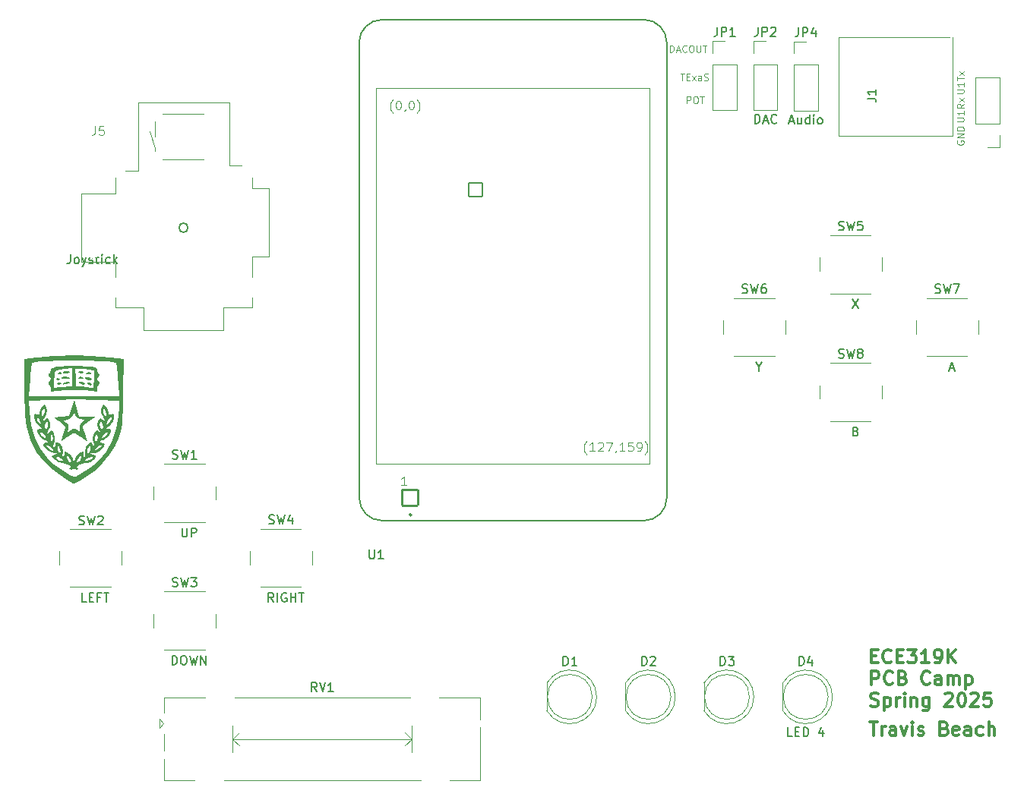
<source format=gto>
G04 #@! TF.GenerationSoftware,KiCad,Pcbnew,9.0.0*
G04 #@! TF.CreationDate,2025-03-22T14:34:33-05:00*
G04 #@! TF.ProjectId,TMB3956,544d4233-3935-4362-9e6b-696361645f70,v1.0.1*
G04 #@! TF.SameCoordinates,Original*
G04 #@! TF.FileFunction,Legend,Top*
G04 #@! TF.FilePolarity,Positive*
%FSLAX46Y46*%
G04 Gerber Fmt 4.6, Leading zero omitted, Abs format (unit mm)*
G04 Created by KiCad (PCBNEW 9.0.0) date 2025-03-22 14:34:33*
%MOMM*%
%LPD*%
G01*
G04 APERTURE LIST*
G04 Aperture macros list*
%AMRoundRect*
0 Rectangle with rounded corners*
0 $1 Rounding radius*
0 $2 $3 $4 $5 $6 $7 $8 $9 X,Y pos of 4 corners*
0 Add a 4 corners polygon primitive as box body*
4,1,4,$2,$3,$4,$5,$6,$7,$8,$9,$2,$3,0*
0 Add four circle primitives for the rounded corners*
1,1,$1+$1,$2,$3*
1,1,$1+$1,$4,$5*
1,1,$1+$1,$6,$7*
1,1,$1+$1,$8,$9*
0 Add four rect primitives between the rounded corners*
20,1,$1+$1,$2,$3,$4,$5,0*
20,1,$1+$1,$4,$5,$6,$7,0*
20,1,$1+$1,$6,$7,$8,$9,0*
20,1,$1+$1,$8,$9,$2,$3,0*%
G04 Aperture macros list end*
%ADD10C,0.101600*%
%ADD11C,0.300000*%
%ADD12C,0.150000*%
%ADD13C,0.100000*%
%ADD14C,0.120000*%
%ADD15C,0.000000*%
%ADD16C,0.127000*%
%ADD17C,0.203200*%
%ADD18R,1.700000X1.700000*%
%ADD19O,1.700000X1.700000*%
%ADD20C,1.778000*%
%ADD21C,2.286000*%
%ADD22C,2.000000*%
%ADD23C,2.700000*%
%ADD24R,1.750000X1.750000*%
%ADD25C,1.750000*%
%ADD26R,1.800000X1.800000*%
%ADD27C,1.800000*%
%ADD28C,4.318000*%
%ADD29C,2.200000*%
%ADD30RoundRect,0.102000X0.889000X-0.889000X0.889000X0.889000X-0.889000X0.889000X-0.889000X-0.889000X0*%
%ADD31C,1.982000*%
%ADD32C,1.400000*%
%ADD33O,1.400000X1.400000*%
%ADD34C,1.700000*%
%ADD35RoundRect,0.102000X-0.760000X0.760000X-0.760000X-0.760000X0.760000X-0.760000X0.760000X0.760000X0*%
%ADD36C,1.724000*%
G04 APERTURE END LIST*
D10*
X157849461Y-50826729D02*
X158466318Y-50826729D01*
X158466318Y-50826729D02*
X158538890Y-50790443D01*
X158538890Y-50790443D02*
X158575176Y-50754158D01*
X158575176Y-50754158D02*
X158611461Y-50681586D01*
X158611461Y-50681586D02*
X158611461Y-50536443D01*
X158611461Y-50536443D02*
X158575176Y-50463872D01*
X158575176Y-50463872D02*
X158538890Y-50427586D01*
X158538890Y-50427586D02*
X158466318Y-50391300D01*
X158466318Y-50391300D02*
X157849461Y-50391300D01*
X158611461Y-49629300D02*
X158611461Y-50064729D01*
X158611461Y-49847014D02*
X157849461Y-49847014D01*
X157849461Y-49847014D02*
X157958318Y-49919586D01*
X157958318Y-49919586D02*
X158030890Y-49992157D01*
X158030890Y-49992157D02*
X158067176Y-50064729D01*
X158611461Y-48867300D02*
X158248604Y-49121300D01*
X158611461Y-49302729D02*
X157849461Y-49302729D01*
X157849461Y-49302729D02*
X157849461Y-49012443D01*
X157849461Y-49012443D02*
X157885747Y-48939872D01*
X157885747Y-48939872D02*
X157922033Y-48903586D01*
X157922033Y-48903586D02*
X157994604Y-48867300D01*
X157994604Y-48867300D02*
X158103461Y-48867300D01*
X158103461Y-48867300D02*
X158176033Y-48903586D01*
X158176033Y-48903586D02*
X158212318Y-48939872D01*
X158212318Y-48939872D02*
X158248604Y-49012443D01*
X158248604Y-49012443D02*
X158248604Y-49302729D01*
X158611461Y-48613300D02*
X158103461Y-48214158D01*
X158103461Y-48613300D02*
X158611461Y-48214158D01*
X157885747Y-52967586D02*
X157849461Y-53040158D01*
X157849461Y-53040158D02*
X157849461Y-53149015D01*
X157849461Y-53149015D02*
X157885747Y-53257872D01*
X157885747Y-53257872D02*
X157958318Y-53330443D01*
X157958318Y-53330443D02*
X158030890Y-53366729D01*
X158030890Y-53366729D02*
X158176033Y-53403015D01*
X158176033Y-53403015D02*
X158284890Y-53403015D01*
X158284890Y-53403015D02*
X158430033Y-53366729D01*
X158430033Y-53366729D02*
X158502604Y-53330443D01*
X158502604Y-53330443D02*
X158575176Y-53257872D01*
X158575176Y-53257872D02*
X158611461Y-53149015D01*
X158611461Y-53149015D02*
X158611461Y-53076443D01*
X158611461Y-53076443D02*
X158575176Y-52967586D01*
X158575176Y-52967586D02*
X158538890Y-52931300D01*
X158538890Y-52931300D02*
X158284890Y-52931300D01*
X158284890Y-52931300D02*
X158284890Y-53076443D01*
X158611461Y-52604729D02*
X157849461Y-52604729D01*
X157849461Y-52604729D02*
X158611461Y-52169300D01*
X158611461Y-52169300D02*
X157849461Y-52169300D01*
X158611461Y-51806443D02*
X157849461Y-51806443D01*
X157849461Y-51806443D02*
X157849461Y-51625014D01*
X157849461Y-51625014D02*
X157885747Y-51516157D01*
X157885747Y-51516157D02*
X157958318Y-51443586D01*
X157958318Y-51443586D02*
X158030890Y-51407300D01*
X158030890Y-51407300D02*
X158176033Y-51371014D01*
X158176033Y-51371014D02*
X158284890Y-51371014D01*
X158284890Y-51371014D02*
X158430033Y-51407300D01*
X158430033Y-51407300D02*
X158502604Y-51443586D01*
X158502604Y-51443586D02*
X158575176Y-51516157D01*
X158575176Y-51516157D02*
X158611461Y-51625014D01*
X158611461Y-51625014D02*
X158611461Y-51806443D01*
D11*
X148090225Y-117800828D02*
X148947368Y-117800828D01*
X148518796Y-119300828D02*
X148518796Y-117800828D01*
X149447367Y-119300828D02*
X149447367Y-118300828D01*
X149447367Y-118586542D02*
X149518796Y-118443685D01*
X149518796Y-118443685D02*
X149590225Y-118372257D01*
X149590225Y-118372257D02*
X149733082Y-118300828D01*
X149733082Y-118300828D02*
X149875939Y-118300828D01*
X151018796Y-119300828D02*
X151018796Y-118515114D01*
X151018796Y-118515114D02*
X150947367Y-118372257D01*
X150947367Y-118372257D02*
X150804510Y-118300828D01*
X150804510Y-118300828D02*
X150518796Y-118300828D01*
X150518796Y-118300828D02*
X150375938Y-118372257D01*
X151018796Y-119229400D02*
X150875938Y-119300828D01*
X150875938Y-119300828D02*
X150518796Y-119300828D01*
X150518796Y-119300828D02*
X150375938Y-119229400D01*
X150375938Y-119229400D02*
X150304510Y-119086542D01*
X150304510Y-119086542D02*
X150304510Y-118943685D01*
X150304510Y-118943685D02*
X150375938Y-118800828D01*
X150375938Y-118800828D02*
X150518796Y-118729400D01*
X150518796Y-118729400D02*
X150875938Y-118729400D01*
X150875938Y-118729400D02*
X151018796Y-118657971D01*
X151590224Y-118300828D02*
X151947367Y-119300828D01*
X151947367Y-119300828D02*
X152304510Y-118300828D01*
X152875938Y-119300828D02*
X152875938Y-118300828D01*
X152875938Y-117800828D02*
X152804510Y-117872257D01*
X152804510Y-117872257D02*
X152875938Y-117943685D01*
X152875938Y-117943685D02*
X152947367Y-117872257D01*
X152947367Y-117872257D02*
X152875938Y-117800828D01*
X152875938Y-117800828D02*
X152875938Y-117943685D01*
X153518796Y-119229400D02*
X153661653Y-119300828D01*
X153661653Y-119300828D02*
X153947367Y-119300828D01*
X153947367Y-119300828D02*
X154090224Y-119229400D01*
X154090224Y-119229400D02*
X154161653Y-119086542D01*
X154161653Y-119086542D02*
X154161653Y-119015114D01*
X154161653Y-119015114D02*
X154090224Y-118872257D01*
X154090224Y-118872257D02*
X153947367Y-118800828D01*
X153947367Y-118800828D02*
X153733082Y-118800828D01*
X153733082Y-118800828D02*
X153590224Y-118729400D01*
X153590224Y-118729400D02*
X153518796Y-118586542D01*
X153518796Y-118586542D02*
X153518796Y-118515114D01*
X153518796Y-118515114D02*
X153590224Y-118372257D01*
X153590224Y-118372257D02*
X153733082Y-118300828D01*
X153733082Y-118300828D02*
X153947367Y-118300828D01*
X153947367Y-118300828D02*
X154090224Y-118372257D01*
X156447367Y-118515114D02*
X156661653Y-118586542D01*
X156661653Y-118586542D02*
X156733082Y-118657971D01*
X156733082Y-118657971D02*
X156804510Y-118800828D01*
X156804510Y-118800828D02*
X156804510Y-119015114D01*
X156804510Y-119015114D02*
X156733082Y-119157971D01*
X156733082Y-119157971D02*
X156661653Y-119229400D01*
X156661653Y-119229400D02*
X156518796Y-119300828D01*
X156518796Y-119300828D02*
X155947367Y-119300828D01*
X155947367Y-119300828D02*
X155947367Y-117800828D01*
X155947367Y-117800828D02*
X156447367Y-117800828D01*
X156447367Y-117800828D02*
X156590225Y-117872257D01*
X156590225Y-117872257D02*
X156661653Y-117943685D01*
X156661653Y-117943685D02*
X156733082Y-118086542D01*
X156733082Y-118086542D02*
X156733082Y-118229400D01*
X156733082Y-118229400D02*
X156661653Y-118372257D01*
X156661653Y-118372257D02*
X156590225Y-118443685D01*
X156590225Y-118443685D02*
X156447367Y-118515114D01*
X156447367Y-118515114D02*
X155947367Y-118515114D01*
X158018796Y-119229400D02*
X157875939Y-119300828D01*
X157875939Y-119300828D02*
X157590225Y-119300828D01*
X157590225Y-119300828D02*
X157447367Y-119229400D01*
X157447367Y-119229400D02*
X157375939Y-119086542D01*
X157375939Y-119086542D02*
X157375939Y-118515114D01*
X157375939Y-118515114D02*
X157447367Y-118372257D01*
X157447367Y-118372257D02*
X157590225Y-118300828D01*
X157590225Y-118300828D02*
X157875939Y-118300828D01*
X157875939Y-118300828D02*
X158018796Y-118372257D01*
X158018796Y-118372257D02*
X158090225Y-118515114D01*
X158090225Y-118515114D02*
X158090225Y-118657971D01*
X158090225Y-118657971D02*
X157375939Y-118800828D01*
X159375939Y-119300828D02*
X159375939Y-118515114D01*
X159375939Y-118515114D02*
X159304510Y-118372257D01*
X159304510Y-118372257D02*
X159161653Y-118300828D01*
X159161653Y-118300828D02*
X158875939Y-118300828D01*
X158875939Y-118300828D02*
X158733081Y-118372257D01*
X159375939Y-119229400D02*
X159233081Y-119300828D01*
X159233081Y-119300828D02*
X158875939Y-119300828D01*
X158875939Y-119300828D02*
X158733081Y-119229400D01*
X158733081Y-119229400D02*
X158661653Y-119086542D01*
X158661653Y-119086542D02*
X158661653Y-118943685D01*
X158661653Y-118943685D02*
X158733081Y-118800828D01*
X158733081Y-118800828D02*
X158875939Y-118729400D01*
X158875939Y-118729400D02*
X159233081Y-118729400D01*
X159233081Y-118729400D02*
X159375939Y-118657971D01*
X160733082Y-119229400D02*
X160590224Y-119300828D01*
X160590224Y-119300828D02*
X160304510Y-119300828D01*
X160304510Y-119300828D02*
X160161653Y-119229400D01*
X160161653Y-119229400D02*
X160090224Y-119157971D01*
X160090224Y-119157971D02*
X160018796Y-119015114D01*
X160018796Y-119015114D02*
X160018796Y-118586542D01*
X160018796Y-118586542D02*
X160090224Y-118443685D01*
X160090224Y-118443685D02*
X160161653Y-118372257D01*
X160161653Y-118372257D02*
X160304510Y-118300828D01*
X160304510Y-118300828D02*
X160590224Y-118300828D01*
X160590224Y-118300828D02*
X160733082Y-118372257D01*
X161375938Y-119300828D02*
X161375938Y-117800828D01*
X162018796Y-119300828D02*
X162018796Y-118515114D01*
X162018796Y-118515114D02*
X161947367Y-118372257D01*
X161947367Y-118372257D02*
X161804510Y-118300828D01*
X161804510Y-118300828D02*
X161590224Y-118300828D01*
X161590224Y-118300828D02*
X161447367Y-118372257D01*
X161447367Y-118372257D02*
X161375938Y-118443685D01*
D10*
X127748270Y-48786461D02*
X127748270Y-48024461D01*
X127748270Y-48024461D02*
X128038556Y-48024461D01*
X128038556Y-48024461D02*
X128111127Y-48060747D01*
X128111127Y-48060747D02*
X128147413Y-48097033D01*
X128147413Y-48097033D02*
X128183699Y-48169604D01*
X128183699Y-48169604D02*
X128183699Y-48278461D01*
X128183699Y-48278461D02*
X128147413Y-48351033D01*
X128147413Y-48351033D02*
X128111127Y-48387318D01*
X128111127Y-48387318D02*
X128038556Y-48423604D01*
X128038556Y-48423604D02*
X127748270Y-48423604D01*
X128655413Y-48024461D02*
X128800556Y-48024461D01*
X128800556Y-48024461D02*
X128873127Y-48060747D01*
X128873127Y-48060747D02*
X128945699Y-48133318D01*
X128945699Y-48133318D02*
X128981984Y-48278461D01*
X128981984Y-48278461D02*
X128981984Y-48532461D01*
X128981984Y-48532461D02*
X128945699Y-48677604D01*
X128945699Y-48677604D02*
X128873127Y-48750176D01*
X128873127Y-48750176D02*
X128800556Y-48786461D01*
X128800556Y-48786461D02*
X128655413Y-48786461D01*
X128655413Y-48786461D02*
X128582842Y-48750176D01*
X128582842Y-48750176D02*
X128510270Y-48677604D01*
X128510270Y-48677604D02*
X128473984Y-48532461D01*
X128473984Y-48532461D02*
X128473984Y-48278461D01*
X128473984Y-48278461D02*
X128510270Y-48133318D01*
X128510270Y-48133318D02*
X128582842Y-48060747D01*
X128582842Y-48060747D02*
X128655413Y-48024461D01*
X129199699Y-48024461D02*
X129635128Y-48024461D01*
X129417413Y-48786461D02*
X129417413Y-48024461D01*
X157849461Y-47651729D02*
X158466318Y-47651729D01*
X158466318Y-47651729D02*
X158538890Y-47615443D01*
X158538890Y-47615443D02*
X158575176Y-47579158D01*
X158575176Y-47579158D02*
X158611461Y-47506586D01*
X158611461Y-47506586D02*
X158611461Y-47361443D01*
X158611461Y-47361443D02*
X158575176Y-47288872D01*
X158575176Y-47288872D02*
X158538890Y-47252586D01*
X158538890Y-47252586D02*
X158466318Y-47216300D01*
X158466318Y-47216300D02*
X157849461Y-47216300D01*
X158611461Y-46454300D02*
X158611461Y-46889729D01*
X158611461Y-46672014D02*
X157849461Y-46672014D01*
X157849461Y-46672014D02*
X157958318Y-46744586D01*
X157958318Y-46744586D02*
X158030890Y-46817157D01*
X158030890Y-46817157D02*
X158067176Y-46889729D01*
X157849461Y-46236586D02*
X157849461Y-45801158D01*
X158611461Y-46018872D02*
X157849461Y-46018872D01*
X158611461Y-45619729D02*
X158103461Y-45220587D01*
X158103461Y-45619729D02*
X158611461Y-45220587D01*
D11*
X148304510Y-110435282D02*
X148804510Y-110435282D01*
X149018796Y-111220996D02*
X148304510Y-111220996D01*
X148304510Y-111220996D02*
X148304510Y-109720996D01*
X148304510Y-109720996D02*
X149018796Y-109720996D01*
X150518796Y-111078139D02*
X150447368Y-111149568D01*
X150447368Y-111149568D02*
X150233082Y-111220996D01*
X150233082Y-111220996D02*
X150090225Y-111220996D01*
X150090225Y-111220996D02*
X149875939Y-111149568D01*
X149875939Y-111149568D02*
X149733082Y-111006710D01*
X149733082Y-111006710D02*
X149661653Y-110863853D01*
X149661653Y-110863853D02*
X149590225Y-110578139D01*
X149590225Y-110578139D02*
X149590225Y-110363853D01*
X149590225Y-110363853D02*
X149661653Y-110078139D01*
X149661653Y-110078139D02*
X149733082Y-109935282D01*
X149733082Y-109935282D02*
X149875939Y-109792425D01*
X149875939Y-109792425D02*
X150090225Y-109720996D01*
X150090225Y-109720996D02*
X150233082Y-109720996D01*
X150233082Y-109720996D02*
X150447368Y-109792425D01*
X150447368Y-109792425D02*
X150518796Y-109863853D01*
X151161653Y-110435282D02*
X151661653Y-110435282D01*
X151875939Y-111220996D02*
X151161653Y-111220996D01*
X151161653Y-111220996D02*
X151161653Y-109720996D01*
X151161653Y-109720996D02*
X151875939Y-109720996D01*
X152375939Y-109720996D02*
X153304511Y-109720996D01*
X153304511Y-109720996D02*
X152804511Y-110292425D01*
X152804511Y-110292425D02*
X153018796Y-110292425D01*
X153018796Y-110292425D02*
X153161654Y-110363853D01*
X153161654Y-110363853D02*
X153233082Y-110435282D01*
X153233082Y-110435282D02*
X153304511Y-110578139D01*
X153304511Y-110578139D02*
X153304511Y-110935282D01*
X153304511Y-110935282D02*
X153233082Y-111078139D01*
X153233082Y-111078139D02*
X153161654Y-111149568D01*
X153161654Y-111149568D02*
X153018796Y-111220996D01*
X153018796Y-111220996D02*
X152590225Y-111220996D01*
X152590225Y-111220996D02*
X152447368Y-111149568D01*
X152447368Y-111149568D02*
X152375939Y-111078139D01*
X154733082Y-111220996D02*
X153875939Y-111220996D01*
X154304510Y-111220996D02*
X154304510Y-109720996D01*
X154304510Y-109720996D02*
X154161653Y-109935282D01*
X154161653Y-109935282D02*
X154018796Y-110078139D01*
X154018796Y-110078139D02*
X153875939Y-110149568D01*
X155447367Y-111220996D02*
X155733081Y-111220996D01*
X155733081Y-111220996D02*
X155875938Y-111149568D01*
X155875938Y-111149568D02*
X155947367Y-111078139D01*
X155947367Y-111078139D02*
X156090224Y-110863853D01*
X156090224Y-110863853D02*
X156161653Y-110578139D01*
X156161653Y-110578139D02*
X156161653Y-110006710D01*
X156161653Y-110006710D02*
X156090224Y-109863853D01*
X156090224Y-109863853D02*
X156018796Y-109792425D01*
X156018796Y-109792425D02*
X155875938Y-109720996D01*
X155875938Y-109720996D02*
X155590224Y-109720996D01*
X155590224Y-109720996D02*
X155447367Y-109792425D01*
X155447367Y-109792425D02*
X155375938Y-109863853D01*
X155375938Y-109863853D02*
X155304510Y-110006710D01*
X155304510Y-110006710D02*
X155304510Y-110363853D01*
X155304510Y-110363853D02*
X155375938Y-110506710D01*
X155375938Y-110506710D02*
X155447367Y-110578139D01*
X155447367Y-110578139D02*
X155590224Y-110649568D01*
X155590224Y-110649568D02*
X155875938Y-110649568D01*
X155875938Y-110649568D02*
X156018796Y-110578139D01*
X156018796Y-110578139D02*
X156090224Y-110506710D01*
X156090224Y-110506710D02*
X156161653Y-110363853D01*
X156804509Y-111220996D02*
X156804509Y-109720996D01*
X157661652Y-111220996D02*
X157018795Y-110363853D01*
X157661652Y-109720996D02*
X156804509Y-110578139D01*
X148304510Y-113635912D02*
X148304510Y-112135912D01*
X148304510Y-112135912D02*
X148875939Y-112135912D01*
X148875939Y-112135912D02*
X149018796Y-112207341D01*
X149018796Y-112207341D02*
X149090225Y-112278769D01*
X149090225Y-112278769D02*
X149161653Y-112421626D01*
X149161653Y-112421626D02*
X149161653Y-112635912D01*
X149161653Y-112635912D02*
X149090225Y-112778769D01*
X149090225Y-112778769D02*
X149018796Y-112850198D01*
X149018796Y-112850198D02*
X148875939Y-112921626D01*
X148875939Y-112921626D02*
X148304510Y-112921626D01*
X150661653Y-113493055D02*
X150590225Y-113564484D01*
X150590225Y-113564484D02*
X150375939Y-113635912D01*
X150375939Y-113635912D02*
X150233082Y-113635912D01*
X150233082Y-113635912D02*
X150018796Y-113564484D01*
X150018796Y-113564484D02*
X149875939Y-113421626D01*
X149875939Y-113421626D02*
X149804510Y-113278769D01*
X149804510Y-113278769D02*
X149733082Y-112993055D01*
X149733082Y-112993055D02*
X149733082Y-112778769D01*
X149733082Y-112778769D02*
X149804510Y-112493055D01*
X149804510Y-112493055D02*
X149875939Y-112350198D01*
X149875939Y-112350198D02*
X150018796Y-112207341D01*
X150018796Y-112207341D02*
X150233082Y-112135912D01*
X150233082Y-112135912D02*
X150375939Y-112135912D01*
X150375939Y-112135912D02*
X150590225Y-112207341D01*
X150590225Y-112207341D02*
X150661653Y-112278769D01*
X151804510Y-112850198D02*
X152018796Y-112921626D01*
X152018796Y-112921626D02*
X152090225Y-112993055D01*
X152090225Y-112993055D02*
X152161653Y-113135912D01*
X152161653Y-113135912D02*
X152161653Y-113350198D01*
X152161653Y-113350198D02*
X152090225Y-113493055D01*
X152090225Y-113493055D02*
X152018796Y-113564484D01*
X152018796Y-113564484D02*
X151875939Y-113635912D01*
X151875939Y-113635912D02*
X151304510Y-113635912D01*
X151304510Y-113635912D02*
X151304510Y-112135912D01*
X151304510Y-112135912D02*
X151804510Y-112135912D01*
X151804510Y-112135912D02*
X151947368Y-112207341D01*
X151947368Y-112207341D02*
X152018796Y-112278769D01*
X152018796Y-112278769D02*
X152090225Y-112421626D01*
X152090225Y-112421626D02*
X152090225Y-112564484D01*
X152090225Y-112564484D02*
X152018796Y-112707341D01*
X152018796Y-112707341D02*
X151947368Y-112778769D01*
X151947368Y-112778769D02*
X151804510Y-112850198D01*
X151804510Y-112850198D02*
X151304510Y-112850198D01*
X154804510Y-113493055D02*
X154733082Y-113564484D01*
X154733082Y-113564484D02*
X154518796Y-113635912D01*
X154518796Y-113635912D02*
X154375939Y-113635912D01*
X154375939Y-113635912D02*
X154161653Y-113564484D01*
X154161653Y-113564484D02*
X154018796Y-113421626D01*
X154018796Y-113421626D02*
X153947367Y-113278769D01*
X153947367Y-113278769D02*
X153875939Y-112993055D01*
X153875939Y-112993055D02*
X153875939Y-112778769D01*
X153875939Y-112778769D02*
X153947367Y-112493055D01*
X153947367Y-112493055D02*
X154018796Y-112350198D01*
X154018796Y-112350198D02*
X154161653Y-112207341D01*
X154161653Y-112207341D02*
X154375939Y-112135912D01*
X154375939Y-112135912D02*
X154518796Y-112135912D01*
X154518796Y-112135912D02*
X154733082Y-112207341D01*
X154733082Y-112207341D02*
X154804510Y-112278769D01*
X156090225Y-113635912D02*
X156090225Y-112850198D01*
X156090225Y-112850198D02*
X156018796Y-112707341D01*
X156018796Y-112707341D02*
X155875939Y-112635912D01*
X155875939Y-112635912D02*
X155590225Y-112635912D01*
X155590225Y-112635912D02*
X155447367Y-112707341D01*
X156090225Y-113564484D02*
X155947367Y-113635912D01*
X155947367Y-113635912D02*
X155590225Y-113635912D01*
X155590225Y-113635912D02*
X155447367Y-113564484D01*
X155447367Y-113564484D02*
X155375939Y-113421626D01*
X155375939Y-113421626D02*
X155375939Y-113278769D01*
X155375939Y-113278769D02*
X155447367Y-113135912D01*
X155447367Y-113135912D02*
X155590225Y-113064484D01*
X155590225Y-113064484D02*
X155947367Y-113064484D01*
X155947367Y-113064484D02*
X156090225Y-112993055D01*
X156804510Y-113635912D02*
X156804510Y-112635912D01*
X156804510Y-112778769D02*
X156875939Y-112707341D01*
X156875939Y-112707341D02*
X157018796Y-112635912D01*
X157018796Y-112635912D02*
X157233082Y-112635912D01*
X157233082Y-112635912D02*
X157375939Y-112707341D01*
X157375939Y-112707341D02*
X157447368Y-112850198D01*
X157447368Y-112850198D02*
X157447368Y-113635912D01*
X157447368Y-112850198D02*
X157518796Y-112707341D01*
X157518796Y-112707341D02*
X157661653Y-112635912D01*
X157661653Y-112635912D02*
X157875939Y-112635912D01*
X157875939Y-112635912D02*
X158018796Y-112707341D01*
X158018796Y-112707341D02*
X158090225Y-112850198D01*
X158090225Y-112850198D02*
X158090225Y-113635912D01*
X158804510Y-112635912D02*
X158804510Y-114135912D01*
X158804510Y-112707341D02*
X158947368Y-112635912D01*
X158947368Y-112635912D02*
X159233082Y-112635912D01*
X159233082Y-112635912D02*
X159375939Y-112707341D01*
X159375939Y-112707341D02*
X159447368Y-112778769D01*
X159447368Y-112778769D02*
X159518796Y-112921626D01*
X159518796Y-112921626D02*
X159518796Y-113350198D01*
X159518796Y-113350198D02*
X159447368Y-113493055D01*
X159447368Y-113493055D02*
X159375939Y-113564484D01*
X159375939Y-113564484D02*
X159233082Y-113635912D01*
X159233082Y-113635912D02*
X158947368Y-113635912D01*
X158947368Y-113635912D02*
X158804510Y-113564484D01*
X148233082Y-115979400D02*
X148447368Y-116050828D01*
X148447368Y-116050828D02*
X148804510Y-116050828D01*
X148804510Y-116050828D02*
X148947368Y-115979400D01*
X148947368Y-115979400D02*
X149018796Y-115907971D01*
X149018796Y-115907971D02*
X149090225Y-115765114D01*
X149090225Y-115765114D02*
X149090225Y-115622257D01*
X149090225Y-115622257D02*
X149018796Y-115479400D01*
X149018796Y-115479400D02*
X148947368Y-115407971D01*
X148947368Y-115407971D02*
X148804510Y-115336542D01*
X148804510Y-115336542D02*
X148518796Y-115265114D01*
X148518796Y-115265114D02*
X148375939Y-115193685D01*
X148375939Y-115193685D02*
X148304510Y-115122257D01*
X148304510Y-115122257D02*
X148233082Y-114979400D01*
X148233082Y-114979400D02*
X148233082Y-114836542D01*
X148233082Y-114836542D02*
X148304510Y-114693685D01*
X148304510Y-114693685D02*
X148375939Y-114622257D01*
X148375939Y-114622257D02*
X148518796Y-114550828D01*
X148518796Y-114550828D02*
X148875939Y-114550828D01*
X148875939Y-114550828D02*
X149090225Y-114622257D01*
X149733081Y-115050828D02*
X149733081Y-116550828D01*
X149733081Y-115122257D02*
X149875939Y-115050828D01*
X149875939Y-115050828D02*
X150161653Y-115050828D01*
X150161653Y-115050828D02*
X150304510Y-115122257D01*
X150304510Y-115122257D02*
X150375939Y-115193685D01*
X150375939Y-115193685D02*
X150447367Y-115336542D01*
X150447367Y-115336542D02*
X150447367Y-115765114D01*
X150447367Y-115765114D02*
X150375939Y-115907971D01*
X150375939Y-115907971D02*
X150304510Y-115979400D01*
X150304510Y-115979400D02*
X150161653Y-116050828D01*
X150161653Y-116050828D02*
X149875939Y-116050828D01*
X149875939Y-116050828D02*
X149733081Y-115979400D01*
X151090224Y-116050828D02*
X151090224Y-115050828D01*
X151090224Y-115336542D02*
X151161653Y-115193685D01*
X151161653Y-115193685D02*
X151233082Y-115122257D01*
X151233082Y-115122257D02*
X151375939Y-115050828D01*
X151375939Y-115050828D02*
X151518796Y-115050828D01*
X152018795Y-116050828D02*
X152018795Y-115050828D01*
X152018795Y-114550828D02*
X151947367Y-114622257D01*
X151947367Y-114622257D02*
X152018795Y-114693685D01*
X152018795Y-114693685D02*
X152090224Y-114622257D01*
X152090224Y-114622257D02*
X152018795Y-114550828D01*
X152018795Y-114550828D02*
X152018795Y-114693685D01*
X152733081Y-115050828D02*
X152733081Y-116050828D01*
X152733081Y-115193685D02*
X152804510Y-115122257D01*
X152804510Y-115122257D02*
X152947367Y-115050828D01*
X152947367Y-115050828D02*
X153161653Y-115050828D01*
X153161653Y-115050828D02*
X153304510Y-115122257D01*
X153304510Y-115122257D02*
X153375939Y-115265114D01*
X153375939Y-115265114D02*
X153375939Y-116050828D01*
X154733082Y-115050828D02*
X154733082Y-116265114D01*
X154733082Y-116265114D02*
X154661653Y-116407971D01*
X154661653Y-116407971D02*
X154590224Y-116479400D01*
X154590224Y-116479400D02*
X154447367Y-116550828D01*
X154447367Y-116550828D02*
X154233082Y-116550828D01*
X154233082Y-116550828D02*
X154090224Y-116479400D01*
X154733082Y-115979400D02*
X154590224Y-116050828D01*
X154590224Y-116050828D02*
X154304510Y-116050828D01*
X154304510Y-116050828D02*
X154161653Y-115979400D01*
X154161653Y-115979400D02*
X154090224Y-115907971D01*
X154090224Y-115907971D02*
X154018796Y-115765114D01*
X154018796Y-115765114D02*
X154018796Y-115336542D01*
X154018796Y-115336542D02*
X154090224Y-115193685D01*
X154090224Y-115193685D02*
X154161653Y-115122257D01*
X154161653Y-115122257D02*
X154304510Y-115050828D01*
X154304510Y-115050828D02*
X154590224Y-115050828D01*
X154590224Y-115050828D02*
X154733082Y-115122257D01*
X156518796Y-114693685D02*
X156590224Y-114622257D01*
X156590224Y-114622257D02*
X156733082Y-114550828D01*
X156733082Y-114550828D02*
X157090224Y-114550828D01*
X157090224Y-114550828D02*
X157233082Y-114622257D01*
X157233082Y-114622257D02*
X157304510Y-114693685D01*
X157304510Y-114693685D02*
X157375939Y-114836542D01*
X157375939Y-114836542D02*
X157375939Y-114979400D01*
X157375939Y-114979400D02*
X157304510Y-115193685D01*
X157304510Y-115193685D02*
X156447367Y-116050828D01*
X156447367Y-116050828D02*
X157375939Y-116050828D01*
X158304510Y-114550828D02*
X158447367Y-114550828D01*
X158447367Y-114550828D02*
X158590224Y-114622257D01*
X158590224Y-114622257D02*
X158661653Y-114693685D01*
X158661653Y-114693685D02*
X158733081Y-114836542D01*
X158733081Y-114836542D02*
X158804510Y-115122257D01*
X158804510Y-115122257D02*
X158804510Y-115479400D01*
X158804510Y-115479400D02*
X158733081Y-115765114D01*
X158733081Y-115765114D02*
X158661653Y-115907971D01*
X158661653Y-115907971D02*
X158590224Y-115979400D01*
X158590224Y-115979400D02*
X158447367Y-116050828D01*
X158447367Y-116050828D02*
X158304510Y-116050828D01*
X158304510Y-116050828D02*
X158161653Y-115979400D01*
X158161653Y-115979400D02*
X158090224Y-115907971D01*
X158090224Y-115907971D02*
X158018795Y-115765114D01*
X158018795Y-115765114D02*
X157947367Y-115479400D01*
X157947367Y-115479400D02*
X157947367Y-115122257D01*
X157947367Y-115122257D02*
X158018795Y-114836542D01*
X158018795Y-114836542D02*
X158090224Y-114693685D01*
X158090224Y-114693685D02*
X158161653Y-114622257D01*
X158161653Y-114622257D02*
X158304510Y-114550828D01*
X159375938Y-114693685D02*
X159447366Y-114622257D01*
X159447366Y-114622257D02*
X159590224Y-114550828D01*
X159590224Y-114550828D02*
X159947366Y-114550828D01*
X159947366Y-114550828D02*
X160090224Y-114622257D01*
X160090224Y-114622257D02*
X160161652Y-114693685D01*
X160161652Y-114693685D02*
X160233081Y-114836542D01*
X160233081Y-114836542D02*
X160233081Y-114979400D01*
X160233081Y-114979400D02*
X160161652Y-115193685D01*
X160161652Y-115193685D02*
X159304509Y-116050828D01*
X159304509Y-116050828D02*
X160233081Y-116050828D01*
X161590223Y-114550828D02*
X160875937Y-114550828D01*
X160875937Y-114550828D02*
X160804509Y-115265114D01*
X160804509Y-115265114D02*
X160875937Y-115193685D01*
X160875937Y-115193685D02*
X161018795Y-115122257D01*
X161018795Y-115122257D02*
X161375937Y-115122257D01*
X161375937Y-115122257D02*
X161518795Y-115193685D01*
X161518795Y-115193685D02*
X161590223Y-115265114D01*
X161590223Y-115265114D02*
X161661652Y-115407971D01*
X161661652Y-115407971D02*
X161661652Y-115765114D01*
X161661652Y-115765114D02*
X161590223Y-115907971D01*
X161590223Y-115907971D02*
X161518795Y-115979400D01*
X161518795Y-115979400D02*
X161375937Y-116050828D01*
X161375937Y-116050828D02*
X161018795Y-116050828D01*
X161018795Y-116050828D02*
X160875937Y-115979400D01*
X160875937Y-115979400D02*
X160804509Y-115907971D01*
D10*
X125843270Y-43071461D02*
X125843270Y-42309461D01*
X125843270Y-42309461D02*
X126024699Y-42309461D01*
X126024699Y-42309461D02*
X126133556Y-42345747D01*
X126133556Y-42345747D02*
X126206127Y-42418318D01*
X126206127Y-42418318D02*
X126242413Y-42490890D01*
X126242413Y-42490890D02*
X126278699Y-42636033D01*
X126278699Y-42636033D02*
X126278699Y-42744890D01*
X126278699Y-42744890D02*
X126242413Y-42890033D01*
X126242413Y-42890033D02*
X126206127Y-42962604D01*
X126206127Y-42962604D02*
X126133556Y-43035176D01*
X126133556Y-43035176D02*
X126024699Y-43071461D01*
X126024699Y-43071461D02*
X125843270Y-43071461D01*
X126568984Y-42853747D02*
X126931842Y-42853747D01*
X126496413Y-43071461D02*
X126750413Y-42309461D01*
X126750413Y-42309461D02*
X127004413Y-43071461D01*
X127693842Y-42998890D02*
X127657556Y-43035176D01*
X127657556Y-43035176D02*
X127548699Y-43071461D01*
X127548699Y-43071461D02*
X127476127Y-43071461D01*
X127476127Y-43071461D02*
X127367270Y-43035176D01*
X127367270Y-43035176D02*
X127294699Y-42962604D01*
X127294699Y-42962604D02*
X127258413Y-42890033D01*
X127258413Y-42890033D02*
X127222127Y-42744890D01*
X127222127Y-42744890D02*
X127222127Y-42636033D01*
X127222127Y-42636033D02*
X127258413Y-42490890D01*
X127258413Y-42490890D02*
X127294699Y-42418318D01*
X127294699Y-42418318D02*
X127367270Y-42345747D01*
X127367270Y-42345747D02*
X127476127Y-42309461D01*
X127476127Y-42309461D02*
X127548699Y-42309461D01*
X127548699Y-42309461D02*
X127657556Y-42345747D01*
X127657556Y-42345747D02*
X127693842Y-42382033D01*
X128165556Y-42309461D02*
X128310699Y-42309461D01*
X128310699Y-42309461D02*
X128383270Y-42345747D01*
X128383270Y-42345747D02*
X128455842Y-42418318D01*
X128455842Y-42418318D02*
X128492127Y-42563461D01*
X128492127Y-42563461D02*
X128492127Y-42817461D01*
X128492127Y-42817461D02*
X128455842Y-42962604D01*
X128455842Y-42962604D02*
X128383270Y-43035176D01*
X128383270Y-43035176D02*
X128310699Y-43071461D01*
X128310699Y-43071461D02*
X128165556Y-43071461D01*
X128165556Y-43071461D02*
X128092985Y-43035176D01*
X128092985Y-43035176D02*
X128020413Y-42962604D01*
X128020413Y-42962604D02*
X127984127Y-42817461D01*
X127984127Y-42817461D02*
X127984127Y-42563461D01*
X127984127Y-42563461D02*
X128020413Y-42418318D01*
X128020413Y-42418318D02*
X128092985Y-42345747D01*
X128092985Y-42345747D02*
X128165556Y-42309461D01*
X128818699Y-42309461D02*
X128818699Y-42926318D01*
X128818699Y-42926318D02*
X128854985Y-42998890D01*
X128854985Y-42998890D02*
X128891271Y-43035176D01*
X128891271Y-43035176D02*
X128963842Y-43071461D01*
X128963842Y-43071461D02*
X129108985Y-43071461D01*
X129108985Y-43071461D02*
X129181556Y-43035176D01*
X129181556Y-43035176D02*
X129217842Y-42998890D01*
X129217842Y-42998890D02*
X129254128Y-42926318D01*
X129254128Y-42926318D02*
X129254128Y-42309461D01*
X129508128Y-42309461D02*
X129943557Y-42309461D01*
X129725842Y-43071461D02*
X129725842Y-42309461D01*
X127004413Y-45484461D02*
X127439842Y-45484461D01*
X127222127Y-46246461D02*
X127222127Y-45484461D01*
X127693841Y-45847318D02*
X127947841Y-45847318D01*
X128056698Y-46246461D02*
X127693841Y-46246461D01*
X127693841Y-46246461D02*
X127693841Y-45484461D01*
X127693841Y-45484461D02*
X128056698Y-45484461D01*
X128310699Y-46246461D02*
X128709842Y-45738461D01*
X128310699Y-45738461D02*
X128709842Y-46246461D01*
X129326699Y-46246461D02*
X129326699Y-45847318D01*
X129326699Y-45847318D02*
X129290413Y-45774747D01*
X129290413Y-45774747D02*
X129217841Y-45738461D01*
X129217841Y-45738461D02*
X129072699Y-45738461D01*
X129072699Y-45738461D02*
X129000127Y-45774747D01*
X129326699Y-46210176D02*
X129254127Y-46246461D01*
X129254127Y-46246461D02*
X129072699Y-46246461D01*
X129072699Y-46246461D02*
X129000127Y-46210176D01*
X129000127Y-46210176D02*
X128963841Y-46137604D01*
X128963841Y-46137604D02*
X128963841Y-46065033D01*
X128963841Y-46065033D02*
X129000127Y-45992461D01*
X129000127Y-45992461D02*
X129072699Y-45956176D01*
X129072699Y-45956176D02*
X129254127Y-45956176D01*
X129254127Y-45956176D02*
X129326699Y-45919890D01*
X129653270Y-46210176D02*
X129762128Y-46246461D01*
X129762128Y-46246461D02*
X129943556Y-46246461D01*
X129943556Y-46246461D02*
X130016128Y-46210176D01*
X130016128Y-46210176D02*
X130052413Y-46173890D01*
X130052413Y-46173890D02*
X130088699Y-46101318D01*
X130088699Y-46101318D02*
X130088699Y-46028747D01*
X130088699Y-46028747D02*
X130052413Y-45956176D01*
X130052413Y-45956176D02*
X130016128Y-45919890D01*
X130016128Y-45919890D02*
X129943556Y-45883604D01*
X129943556Y-45883604D02*
X129798413Y-45847318D01*
X129798413Y-45847318D02*
X129725842Y-45811033D01*
X129725842Y-45811033D02*
X129689556Y-45774747D01*
X129689556Y-45774747D02*
X129653270Y-45702176D01*
X129653270Y-45702176D02*
X129653270Y-45629604D01*
X129653270Y-45629604D02*
X129689556Y-45557033D01*
X129689556Y-45557033D02*
X129725842Y-45520747D01*
X129725842Y-45520747D02*
X129798413Y-45484461D01*
X129798413Y-45484461D02*
X129979842Y-45484461D01*
X129979842Y-45484461D02*
X130088699Y-45520747D01*
D12*
X140166666Y-40349819D02*
X140166666Y-41064104D01*
X140166666Y-41064104D02*
X140119047Y-41206961D01*
X140119047Y-41206961D02*
X140023809Y-41302200D01*
X140023809Y-41302200D02*
X139880952Y-41349819D01*
X139880952Y-41349819D02*
X139785714Y-41349819D01*
X140642857Y-41349819D02*
X140642857Y-40349819D01*
X140642857Y-40349819D02*
X141023809Y-40349819D01*
X141023809Y-40349819D02*
X141119047Y-40397438D01*
X141119047Y-40397438D02*
X141166666Y-40445057D01*
X141166666Y-40445057D02*
X141214285Y-40540295D01*
X141214285Y-40540295D02*
X141214285Y-40683152D01*
X141214285Y-40683152D02*
X141166666Y-40778390D01*
X141166666Y-40778390D02*
X141119047Y-40826009D01*
X141119047Y-40826009D02*
X141023809Y-40873628D01*
X141023809Y-40873628D02*
X140642857Y-40873628D01*
X142071428Y-40683152D02*
X142071428Y-41349819D01*
X141833333Y-40302200D02*
X141595238Y-41016485D01*
X141595238Y-41016485D02*
X142214285Y-41016485D01*
X139166667Y-50804104D02*
X139642857Y-50804104D01*
X139071429Y-51089819D02*
X139404762Y-50089819D01*
X139404762Y-50089819D02*
X139738095Y-51089819D01*
X140500000Y-50423152D02*
X140500000Y-51089819D01*
X140071429Y-50423152D02*
X140071429Y-50946961D01*
X140071429Y-50946961D02*
X140119048Y-51042200D01*
X140119048Y-51042200D02*
X140214286Y-51089819D01*
X140214286Y-51089819D02*
X140357143Y-51089819D01*
X140357143Y-51089819D02*
X140452381Y-51042200D01*
X140452381Y-51042200D02*
X140500000Y-50994580D01*
X141404762Y-51089819D02*
X141404762Y-50089819D01*
X141404762Y-51042200D02*
X141309524Y-51089819D01*
X141309524Y-51089819D02*
X141119048Y-51089819D01*
X141119048Y-51089819D02*
X141023810Y-51042200D01*
X141023810Y-51042200D02*
X140976191Y-50994580D01*
X140976191Y-50994580D02*
X140928572Y-50899342D01*
X140928572Y-50899342D02*
X140928572Y-50613628D01*
X140928572Y-50613628D02*
X140976191Y-50518390D01*
X140976191Y-50518390D02*
X141023810Y-50470771D01*
X141023810Y-50470771D02*
X141119048Y-50423152D01*
X141119048Y-50423152D02*
X141309524Y-50423152D01*
X141309524Y-50423152D02*
X141404762Y-50470771D01*
X141880953Y-51089819D02*
X141880953Y-50423152D01*
X141880953Y-50089819D02*
X141833334Y-50137438D01*
X141833334Y-50137438D02*
X141880953Y-50185057D01*
X141880953Y-50185057D02*
X141928572Y-50137438D01*
X141928572Y-50137438D02*
X141880953Y-50089819D01*
X141880953Y-50089819D02*
X141880953Y-50185057D01*
X142500000Y-51089819D02*
X142404762Y-51042200D01*
X142404762Y-51042200D02*
X142357143Y-50994580D01*
X142357143Y-50994580D02*
X142309524Y-50899342D01*
X142309524Y-50899342D02*
X142309524Y-50613628D01*
X142309524Y-50613628D02*
X142357143Y-50518390D01*
X142357143Y-50518390D02*
X142404762Y-50470771D01*
X142404762Y-50470771D02*
X142500000Y-50423152D01*
X142500000Y-50423152D02*
X142642857Y-50423152D01*
X142642857Y-50423152D02*
X142738095Y-50470771D01*
X142738095Y-50470771D02*
X142785714Y-50518390D01*
X142785714Y-50518390D02*
X142833333Y-50613628D01*
X142833333Y-50613628D02*
X142833333Y-50899342D01*
X142833333Y-50899342D02*
X142785714Y-50994580D01*
X142785714Y-50994580D02*
X142738095Y-51042200D01*
X142738095Y-51042200D02*
X142642857Y-51089819D01*
X142642857Y-51089819D02*
X142500000Y-51089819D01*
D13*
X61771666Y-51329919D02*
X61771666Y-52044204D01*
X61771666Y-52044204D02*
X61724047Y-52187061D01*
X61724047Y-52187061D02*
X61628809Y-52282300D01*
X61628809Y-52282300D02*
X61485952Y-52329919D01*
X61485952Y-52329919D02*
X61390714Y-52329919D01*
X62724047Y-51329919D02*
X62247857Y-51329919D01*
X62247857Y-51329919D02*
X62200238Y-51806109D01*
X62200238Y-51806109D02*
X62247857Y-51758490D01*
X62247857Y-51758490D02*
X62343095Y-51710871D01*
X62343095Y-51710871D02*
X62581190Y-51710871D01*
X62581190Y-51710871D02*
X62676428Y-51758490D01*
X62676428Y-51758490D02*
X62724047Y-51806109D01*
X62724047Y-51806109D02*
X62771666Y-51901347D01*
X62771666Y-51901347D02*
X62771666Y-52139442D01*
X62771666Y-52139442D02*
X62724047Y-52234680D01*
X62724047Y-52234680D02*
X62676428Y-52282300D01*
X62676428Y-52282300D02*
X62581190Y-52329919D01*
X62581190Y-52329919D02*
X62343095Y-52329919D01*
X62343095Y-52329919D02*
X62247857Y-52282300D01*
X62247857Y-52282300D02*
X62200238Y-52234680D01*
D12*
X59017618Y-65662319D02*
X59017618Y-66376604D01*
X59017618Y-66376604D02*
X58969999Y-66519461D01*
X58969999Y-66519461D02*
X58874761Y-66614700D01*
X58874761Y-66614700D02*
X58731904Y-66662319D01*
X58731904Y-66662319D02*
X58636666Y-66662319D01*
X59636666Y-66662319D02*
X59541428Y-66614700D01*
X59541428Y-66614700D02*
X59493809Y-66567080D01*
X59493809Y-66567080D02*
X59446190Y-66471842D01*
X59446190Y-66471842D02*
X59446190Y-66186128D01*
X59446190Y-66186128D02*
X59493809Y-66090890D01*
X59493809Y-66090890D02*
X59541428Y-66043271D01*
X59541428Y-66043271D02*
X59636666Y-65995652D01*
X59636666Y-65995652D02*
X59779523Y-65995652D01*
X59779523Y-65995652D02*
X59874761Y-66043271D01*
X59874761Y-66043271D02*
X59922380Y-66090890D01*
X59922380Y-66090890D02*
X59969999Y-66186128D01*
X59969999Y-66186128D02*
X59969999Y-66471842D01*
X59969999Y-66471842D02*
X59922380Y-66567080D01*
X59922380Y-66567080D02*
X59874761Y-66614700D01*
X59874761Y-66614700D02*
X59779523Y-66662319D01*
X59779523Y-66662319D02*
X59636666Y-66662319D01*
X60303333Y-65995652D02*
X60541428Y-66662319D01*
X60779523Y-65995652D02*
X60541428Y-66662319D01*
X60541428Y-66662319D02*
X60446190Y-66900414D01*
X60446190Y-66900414D02*
X60398571Y-66948033D01*
X60398571Y-66948033D02*
X60303333Y-66995652D01*
X61112857Y-66614700D02*
X61208095Y-66662319D01*
X61208095Y-66662319D02*
X61398571Y-66662319D01*
X61398571Y-66662319D02*
X61493809Y-66614700D01*
X61493809Y-66614700D02*
X61541428Y-66519461D01*
X61541428Y-66519461D02*
X61541428Y-66471842D01*
X61541428Y-66471842D02*
X61493809Y-66376604D01*
X61493809Y-66376604D02*
X61398571Y-66328985D01*
X61398571Y-66328985D02*
X61255714Y-66328985D01*
X61255714Y-66328985D02*
X61160476Y-66281366D01*
X61160476Y-66281366D02*
X61112857Y-66186128D01*
X61112857Y-66186128D02*
X61112857Y-66138509D01*
X61112857Y-66138509D02*
X61160476Y-66043271D01*
X61160476Y-66043271D02*
X61255714Y-65995652D01*
X61255714Y-65995652D02*
X61398571Y-65995652D01*
X61398571Y-65995652D02*
X61493809Y-66043271D01*
X61827143Y-65995652D02*
X62208095Y-65995652D01*
X61970000Y-65662319D02*
X61970000Y-66519461D01*
X61970000Y-66519461D02*
X62017619Y-66614700D01*
X62017619Y-66614700D02*
X62112857Y-66662319D01*
X62112857Y-66662319D02*
X62208095Y-66662319D01*
X62541429Y-66662319D02*
X62541429Y-65995652D01*
X62541429Y-65662319D02*
X62493810Y-65709938D01*
X62493810Y-65709938D02*
X62541429Y-65757557D01*
X62541429Y-65757557D02*
X62589048Y-65709938D01*
X62589048Y-65709938D02*
X62541429Y-65662319D01*
X62541429Y-65662319D02*
X62541429Y-65757557D01*
X63446190Y-66614700D02*
X63350952Y-66662319D01*
X63350952Y-66662319D02*
X63160476Y-66662319D01*
X63160476Y-66662319D02*
X63065238Y-66614700D01*
X63065238Y-66614700D02*
X63017619Y-66567080D01*
X63017619Y-66567080D02*
X62970000Y-66471842D01*
X62970000Y-66471842D02*
X62970000Y-66186128D01*
X62970000Y-66186128D02*
X63017619Y-66090890D01*
X63017619Y-66090890D02*
X63065238Y-66043271D01*
X63065238Y-66043271D02*
X63160476Y-65995652D01*
X63160476Y-65995652D02*
X63350952Y-65995652D01*
X63350952Y-65995652D02*
X63446190Y-66043271D01*
X63874762Y-66662319D02*
X63874762Y-65662319D01*
X63970000Y-66281366D02*
X64255714Y-66662319D01*
X64255714Y-65995652D02*
X63874762Y-66376604D01*
X59991667Y-95752200D02*
X60134524Y-95799819D01*
X60134524Y-95799819D02*
X60372619Y-95799819D01*
X60372619Y-95799819D02*
X60467857Y-95752200D01*
X60467857Y-95752200D02*
X60515476Y-95704580D01*
X60515476Y-95704580D02*
X60563095Y-95609342D01*
X60563095Y-95609342D02*
X60563095Y-95514104D01*
X60563095Y-95514104D02*
X60515476Y-95418866D01*
X60515476Y-95418866D02*
X60467857Y-95371247D01*
X60467857Y-95371247D02*
X60372619Y-95323628D01*
X60372619Y-95323628D02*
X60182143Y-95276009D01*
X60182143Y-95276009D02*
X60086905Y-95228390D01*
X60086905Y-95228390D02*
X60039286Y-95180771D01*
X60039286Y-95180771D02*
X59991667Y-95085533D01*
X59991667Y-95085533D02*
X59991667Y-94990295D01*
X59991667Y-94990295D02*
X60039286Y-94895057D01*
X60039286Y-94895057D02*
X60086905Y-94847438D01*
X60086905Y-94847438D02*
X60182143Y-94799819D01*
X60182143Y-94799819D02*
X60420238Y-94799819D01*
X60420238Y-94799819D02*
X60563095Y-94847438D01*
X60896429Y-94799819D02*
X61134524Y-95799819D01*
X61134524Y-95799819D02*
X61325000Y-95085533D01*
X61325000Y-95085533D02*
X61515476Y-95799819D01*
X61515476Y-95799819D02*
X61753572Y-94799819D01*
X62086905Y-94895057D02*
X62134524Y-94847438D01*
X62134524Y-94847438D02*
X62229762Y-94799819D01*
X62229762Y-94799819D02*
X62467857Y-94799819D01*
X62467857Y-94799819D02*
X62563095Y-94847438D01*
X62563095Y-94847438D02*
X62610714Y-94895057D01*
X62610714Y-94895057D02*
X62658333Y-94990295D01*
X62658333Y-94990295D02*
X62658333Y-95085533D01*
X62658333Y-95085533D02*
X62610714Y-95228390D01*
X62610714Y-95228390D02*
X62039286Y-95799819D01*
X62039286Y-95799819D02*
X62658333Y-95799819D01*
X60797618Y-104404819D02*
X60321428Y-104404819D01*
X60321428Y-104404819D02*
X60321428Y-103404819D01*
X61130952Y-103881009D02*
X61464285Y-103881009D01*
X61607142Y-104404819D02*
X61130952Y-104404819D01*
X61130952Y-104404819D02*
X61130952Y-103404819D01*
X61130952Y-103404819D02*
X61607142Y-103404819D01*
X62369047Y-103881009D02*
X62035714Y-103881009D01*
X62035714Y-104404819D02*
X62035714Y-103404819D01*
X62035714Y-103404819D02*
X62511904Y-103404819D01*
X62750000Y-103404819D02*
X63321428Y-103404819D01*
X63035714Y-104404819D02*
X63035714Y-103404819D01*
X70416667Y-88407200D02*
X70559524Y-88454819D01*
X70559524Y-88454819D02*
X70797619Y-88454819D01*
X70797619Y-88454819D02*
X70892857Y-88407200D01*
X70892857Y-88407200D02*
X70940476Y-88359580D01*
X70940476Y-88359580D02*
X70988095Y-88264342D01*
X70988095Y-88264342D02*
X70988095Y-88169104D01*
X70988095Y-88169104D02*
X70940476Y-88073866D01*
X70940476Y-88073866D02*
X70892857Y-88026247D01*
X70892857Y-88026247D02*
X70797619Y-87978628D01*
X70797619Y-87978628D02*
X70607143Y-87931009D01*
X70607143Y-87931009D02*
X70511905Y-87883390D01*
X70511905Y-87883390D02*
X70464286Y-87835771D01*
X70464286Y-87835771D02*
X70416667Y-87740533D01*
X70416667Y-87740533D02*
X70416667Y-87645295D01*
X70416667Y-87645295D02*
X70464286Y-87550057D01*
X70464286Y-87550057D02*
X70511905Y-87502438D01*
X70511905Y-87502438D02*
X70607143Y-87454819D01*
X70607143Y-87454819D02*
X70845238Y-87454819D01*
X70845238Y-87454819D02*
X70988095Y-87502438D01*
X71321429Y-87454819D02*
X71559524Y-88454819D01*
X71559524Y-88454819D02*
X71750000Y-87740533D01*
X71750000Y-87740533D02*
X71940476Y-88454819D01*
X71940476Y-88454819D02*
X72178572Y-87454819D01*
X73083333Y-88454819D02*
X72511905Y-88454819D01*
X72797619Y-88454819D02*
X72797619Y-87454819D01*
X72797619Y-87454819D02*
X72702381Y-87597676D01*
X72702381Y-87597676D02*
X72607143Y-87692914D01*
X72607143Y-87692914D02*
X72511905Y-87740533D01*
X71464286Y-96154819D02*
X71464286Y-96964342D01*
X71464286Y-96964342D02*
X71511905Y-97059580D01*
X71511905Y-97059580D02*
X71559524Y-97107200D01*
X71559524Y-97107200D02*
X71654762Y-97154819D01*
X71654762Y-97154819D02*
X71845238Y-97154819D01*
X71845238Y-97154819D02*
X71940476Y-97107200D01*
X71940476Y-97107200D02*
X71988095Y-97059580D01*
X71988095Y-97059580D02*
X72035714Y-96964342D01*
X72035714Y-96964342D02*
X72035714Y-96154819D01*
X72511905Y-97154819D02*
X72511905Y-96154819D01*
X72511905Y-96154819D02*
X72892857Y-96154819D01*
X72892857Y-96154819D02*
X72988095Y-96202438D01*
X72988095Y-96202438D02*
X73035714Y-96250057D01*
X73035714Y-96250057D02*
X73083333Y-96345295D01*
X73083333Y-96345295D02*
X73083333Y-96488152D01*
X73083333Y-96488152D02*
X73035714Y-96583390D01*
X73035714Y-96583390D02*
X72988095Y-96631009D01*
X72988095Y-96631009D02*
X72892857Y-96678628D01*
X72892857Y-96678628D02*
X72511905Y-96678628D01*
X86504761Y-114404819D02*
X86171428Y-113928628D01*
X85933333Y-114404819D02*
X85933333Y-113404819D01*
X85933333Y-113404819D02*
X86314285Y-113404819D01*
X86314285Y-113404819D02*
X86409523Y-113452438D01*
X86409523Y-113452438D02*
X86457142Y-113500057D01*
X86457142Y-113500057D02*
X86504761Y-113595295D01*
X86504761Y-113595295D02*
X86504761Y-113738152D01*
X86504761Y-113738152D02*
X86457142Y-113833390D01*
X86457142Y-113833390D02*
X86409523Y-113881009D01*
X86409523Y-113881009D02*
X86314285Y-113928628D01*
X86314285Y-113928628D02*
X85933333Y-113928628D01*
X86790476Y-113404819D02*
X87123809Y-114404819D01*
X87123809Y-114404819D02*
X87457142Y-113404819D01*
X88314285Y-114404819D02*
X87742857Y-114404819D01*
X88028571Y-114404819D02*
X88028571Y-113404819D01*
X88028571Y-113404819D02*
X87933333Y-113547676D01*
X87933333Y-113547676D02*
X87838095Y-113642914D01*
X87838095Y-113642914D02*
X87742857Y-113690533D01*
X133916667Y-69907200D02*
X134059524Y-69954819D01*
X134059524Y-69954819D02*
X134297619Y-69954819D01*
X134297619Y-69954819D02*
X134392857Y-69907200D01*
X134392857Y-69907200D02*
X134440476Y-69859580D01*
X134440476Y-69859580D02*
X134488095Y-69764342D01*
X134488095Y-69764342D02*
X134488095Y-69669104D01*
X134488095Y-69669104D02*
X134440476Y-69573866D01*
X134440476Y-69573866D02*
X134392857Y-69526247D01*
X134392857Y-69526247D02*
X134297619Y-69478628D01*
X134297619Y-69478628D02*
X134107143Y-69431009D01*
X134107143Y-69431009D02*
X134011905Y-69383390D01*
X134011905Y-69383390D02*
X133964286Y-69335771D01*
X133964286Y-69335771D02*
X133916667Y-69240533D01*
X133916667Y-69240533D02*
X133916667Y-69145295D01*
X133916667Y-69145295D02*
X133964286Y-69050057D01*
X133964286Y-69050057D02*
X134011905Y-69002438D01*
X134011905Y-69002438D02*
X134107143Y-68954819D01*
X134107143Y-68954819D02*
X134345238Y-68954819D01*
X134345238Y-68954819D02*
X134488095Y-69002438D01*
X134821429Y-68954819D02*
X135059524Y-69954819D01*
X135059524Y-69954819D02*
X135250000Y-69240533D01*
X135250000Y-69240533D02*
X135440476Y-69954819D01*
X135440476Y-69954819D02*
X135678572Y-68954819D01*
X136488095Y-68954819D02*
X136297619Y-68954819D01*
X136297619Y-68954819D02*
X136202381Y-69002438D01*
X136202381Y-69002438D02*
X136154762Y-69050057D01*
X136154762Y-69050057D02*
X136059524Y-69192914D01*
X136059524Y-69192914D02*
X136011905Y-69383390D01*
X136011905Y-69383390D02*
X136011905Y-69764342D01*
X136011905Y-69764342D02*
X136059524Y-69859580D01*
X136059524Y-69859580D02*
X136107143Y-69907200D01*
X136107143Y-69907200D02*
X136202381Y-69954819D01*
X136202381Y-69954819D02*
X136392857Y-69954819D01*
X136392857Y-69954819D02*
X136488095Y-69907200D01*
X136488095Y-69907200D02*
X136535714Y-69859580D01*
X136535714Y-69859580D02*
X136583333Y-69764342D01*
X136583333Y-69764342D02*
X136583333Y-69526247D01*
X136583333Y-69526247D02*
X136535714Y-69431009D01*
X136535714Y-69431009D02*
X136488095Y-69383390D01*
X136488095Y-69383390D02*
X136392857Y-69335771D01*
X136392857Y-69335771D02*
X136202381Y-69335771D01*
X136202381Y-69335771D02*
X136107143Y-69383390D01*
X136107143Y-69383390D02*
X136059524Y-69431009D01*
X136059524Y-69431009D02*
X136011905Y-69526247D01*
X135750000Y-78178628D02*
X135750000Y-78654819D01*
X135416667Y-77654819D02*
X135750000Y-78178628D01*
X135750000Y-78178628D02*
X136083333Y-77654819D01*
X155416667Y-69907200D02*
X155559524Y-69954819D01*
X155559524Y-69954819D02*
X155797619Y-69954819D01*
X155797619Y-69954819D02*
X155892857Y-69907200D01*
X155892857Y-69907200D02*
X155940476Y-69859580D01*
X155940476Y-69859580D02*
X155988095Y-69764342D01*
X155988095Y-69764342D02*
X155988095Y-69669104D01*
X155988095Y-69669104D02*
X155940476Y-69573866D01*
X155940476Y-69573866D02*
X155892857Y-69526247D01*
X155892857Y-69526247D02*
X155797619Y-69478628D01*
X155797619Y-69478628D02*
X155607143Y-69431009D01*
X155607143Y-69431009D02*
X155511905Y-69383390D01*
X155511905Y-69383390D02*
X155464286Y-69335771D01*
X155464286Y-69335771D02*
X155416667Y-69240533D01*
X155416667Y-69240533D02*
X155416667Y-69145295D01*
X155416667Y-69145295D02*
X155464286Y-69050057D01*
X155464286Y-69050057D02*
X155511905Y-69002438D01*
X155511905Y-69002438D02*
X155607143Y-68954819D01*
X155607143Y-68954819D02*
X155845238Y-68954819D01*
X155845238Y-68954819D02*
X155988095Y-69002438D01*
X156321429Y-68954819D02*
X156559524Y-69954819D01*
X156559524Y-69954819D02*
X156750000Y-69240533D01*
X156750000Y-69240533D02*
X156940476Y-69954819D01*
X156940476Y-69954819D02*
X157178572Y-68954819D01*
X157464286Y-68954819D02*
X158130952Y-68954819D01*
X158130952Y-68954819D02*
X157702381Y-69954819D01*
X157011905Y-78369104D02*
X157488095Y-78369104D01*
X156916667Y-78654819D02*
X157250000Y-77654819D01*
X157250000Y-77654819D02*
X157583333Y-78654819D01*
X140241905Y-111494819D02*
X140241905Y-110494819D01*
X140241905Y-110494819D02*
X140480000Y-110494819D01*
X140480000Y-110494819D02*
X140622857Y-110542438D01*
X140622857Y-110542438D02*
X140718095Y-110637676D01*
X140718095Y-110637676D02*
X140765714Y-110732914D01*
X140765714Y-110732914D02*
X140813333Y-110923390D01*
X140813333Y-110923390D02*
X140813333Y-111066247D01*
X140813333Y-111066247D02*
X140765714Y-111256723D01*
X140765714Y-111256723D02*
X140718095Y-111351961D01*
X140718095Y-111351961D02*
X140622857Y-111447200D01*
X140622857Y-111447200D02*
X140480000Y-111494819D01*
X140480000Y-111494819D02*
X140241905Y-111494819D01*
X141670476Y-110828152D02*
X141670476Y-111494819D01*
X141432381Y-110447200D02*
X141194286Y-111161485D01*
X141194286Y-111161485D02*
X141813333Y-111161485D01*
X139479999Y-119414819D02*
X139003809Y-119414819D01*
X139003809Y-119414819D02*
X139003809Y-118414819D01*
X139813333Y-118891009D02*
X140146666Y-118891009D01*
X140289523Y-119414819D02*
X139813333Y-119414819D01*
X139813333Y-119414819D02*
X139813333Y-118414819D01*
X139813333Y-118414819D02*
X140289523Y-118414819D01*
X140718095Y-119414819D02*
X140718095Y-118414819D01*
X140718095Y-118414819D02*
X140956190Y-118414819D01*
X140956190Y-118414819D02*
X141099047Y-118462438D01*
X141099047Y-118462438D02*
X141194285Y-118557676D01*
X141194285Y-118557676D02*
X141241904Y-118652914D01*
X141241904Y-118652914D02*
X141289523Y-118843390D01*
X141289523Y-118843390D02*
X141289523Y-118986247D01*
X141289523Y-118986247D02*
X141241904Y-119176723D01*
X141241904Y-119176723D02*
X141194285Y-119271961D01*
X141194285Y-119271961D02*
X141099047Y-119367200D01*
X141099047Y-119367200D02*
X140956190Y-119414819D01*
X140956190Y-119414819D02*
X140718095Y-119414819D01*
X142908571Y-118748152D02*
X142908571Y-119414819D01*
X142670476Y-118367200D02*
X142432381Y-119081485D01*
X142432381Y-119081485D02*
X143051428Y-119081485D01*
X131466905Y-111494819D02*
X131466905Y-110494819D01*
X131466905Y-110494819D02*
X131705000Y-110494819D01*
X131705000Y-110494819D02*
X131847857Y-110542438D01*
X131847857Y-110542438D02*
X131943095Y-110637676D01*
X131943095Y-110637676D02*
X131990714Y-110732914D01*
X131990714Y-110732914D02*
X132038333Y-110923390D01*
X132038333Y-110923390D02*
X132038333Y-111066247D01*
X132038333Y-111066247D02*
X131990714Y-111256723D01*
X131990714Y-111256723D02*
X131943095Y-111351961D01*
X131943095Y-111351961D02*
X131847857Y-111447200D01*
X131847857Y-111447200D02*
X131705000Y-111494819D01*
X131705000Y-111494819D02*
X131466905Y-111494819D01*
X132371667Y-110494819D02*
X132990714Y-110494819D01*
X132990714Y-110494819D02*
X132657381Y-110875771D01*
X132657381Y-110875771D02*
X132800238Y-110875771D01*
X132800238Y-110875771D02*
X132895476Y-110923390D01*
X132895476Y-110923390D02*
X132943095Y-110971009D01*
X132943095Y-110971009D02*
X132990714Y-111066247D01*
X132990714Y-111066247D02*
X132990714Y-111304342D01*
X132990714Y-111304342D02*
X132943095Y-111399580D01*
X132943095Y-111399580D02*
X132895476Y-111447200D01*
X132895476Y-111447200D02*
X132800238Y-111494819D01*
X132800238Y-111494819D02*
X132514524Y-111494819D01*
X132514524Y-111494819D02*
X132419286Y-111447200D01*
X132419286Y-111447200D02*
X132371667Y-111399580D01*
X144666667Y-62907200D02*
X144809524Y-62954819D01*
X144809524Y-62954819D02*
X145047619Y-62954819D01*
X145047619Y-62954819D02*
X145142857Y-62907200D01*
X145142857Y-62907200D02*
X145190476Y-62859580D01*
X145190476Y-62859580D02*
X145238095Y-62764342D01*
X145238095Y-62764342D02*
X145238095Y-62669104D01*
X145238095Y-62669104D02*
X145190476Y-62573866D01*
X145190476Y-62573866D02*
X145142857Y-62526247D01*
X145142857Y-62526247D02*
X145047619Y-62478628D01*
X145047619Y-62478628D02*
X144857143Y-62431009D01*
X144857143Y-62431009D02*
X144761905Y-62383390D01*
X144761905Y-62383390D02*
X144714286Y-62335771D01*
X144714286Y-62335771D02*
X144666667Y-62240533D01*
X144666667Y-62240533D02*
X144666667Y-62145295D01*
X144666667Y-62145295D02*
X144714286Y-62050057D01*
X144714286Y-62050057D02*
X144761905Y-62002438D01*
X144761905Y-62002438D02*
X144857143Y-61954819D01*
X144857143Y-61954819D02*
X145095238Y-61954819D01*
X145095238Y-61954819D02*
X145238095Y-62002438D01*
X145571429Y-61954819D02*
X145809524Y-62954819D01*
X145809524Y-62954819D02*
X146000000Y-62240533D01*
X146000000Y-62240533D02*
X146190476Y-62954819D01*
X146190476Y-62954819D02*
X146428572Y-61954819D01*
X147285714Y-61954819D02*
X146809524Y-61954819D01*
X146809524Y-61954819D02*
X146761905Y-62431009D01*
X146761905Y-62431009D02*
X146809524Y-62383390D01*
X146809524Y-62383390D02*
X146904762Y-62335771D01*
X146904762Y-62335771D02*
X147142857Y-62335771D01*
X147142857Y-62335771D02*
X147238095Y-62383390D01*
X147238095Y-62383390D02*
X147285714Y-62431009D01*
X147285714Y-62431009D02*
X147333333Y-62526247D01*
X147333333Y-62526247D02*
X147333333Y-62764342D01*
X147333333Y-62764342D02*
X147285714Y-62859580D01*
X147285714Y-62859580D02*
X147238095Y-62907200D01*
X147238095Y-62907200D02*
X147142857Y-62954819D01*
X147142857Y-62954819D02*
X146904762Y-62954819D01*
X146904762Y-62954819D02*
X146809524Y-62907200D01*
X146809524Y-62907200D02*
X146761905Y-62859580D01*
X146166667Y-70654819D02*
X146833333Y-71654819D01*
X146833333Y-70654819D02*
X146166667Y-71654819D01*
X81166667Y-95657200D02*
X81309524Y-95704819D01*
X81309524Y-95704819D02*
X81547619Y-95704819D01*
X81547619Y-95704819D02*
X81642857Y-95657200D01*
X81642857Y-95657200D02*
X81690476Y-95609580D01*
X81690476Y-95609580D02*
X81738095Y-95514342D01*
X81738095Y-95514342D02*
X81738095Y-95419104D01*
X81738095Y-95419104D02*
X81690476Y-95323866D01*
X81690476Y-95323866D02*
X81642857Y-95276247D01*
X81642857Y-95276247D02*
X81547619Y-95228628D01*
X81547619Y-95228628D02*
X81357143Y-95181009D01*
X81357143Y-95181009D02*
X81261905Y-95133390D01*
X81261905Y-95133390D02*
X81214286Y-95085771D01*
X81214286Y-95085771D02*
X81166667Y-94990533D01*
X81166667Y-94990533D02*
X81166667Y-94895295D01*
X81166667Y-94895295D02*
X81214286Y-94800057D01*
X81214286Y-94800057D02*
X81261905Y-94752438D01*
X81261905Y-94752438D02*
X81357143Y-94704819D01*
X81357143Y-94704819D02*
X81595238Y-94704819D01*
X81595238Y-94704819D02*
X81738095Y-94752438D01*
X82071429Y-94704819D02*
X82309524Y-95704819D01*
X82309524Y-95704819D02*
X82500000Y-94990533D01*
X82500000Y-94990533D02*
X82690476Y-95704819D01*
X82690476Y-95704819D02*
X82928572Y-94704819D01*
X83738095Y-95038152D02*
X83738095Y-95704819D01*
X83500000Y-94657200D02*
X83261905Y-95371485D01*
X83261905Y-95371485D02*
X83880952Y-95371485D01*
X81666666Y-104404819D02*
X81333333Y-103928628D01*
X81095238Y-104404819D02*
X81095238Y-103404819D01*
X81095238Y-103404819D02*
X81476190Y-103404819D01*
X81476190Y-103404819D02*
X81571428Y-103452438D01*
X81571428Y-103452438D02*
X81619047Y-103500057D01*
X81619047Y-103500057D02*
X81666666Y-103595295D01*
X81666666Y-103595295D02*
X81666666Y-103738152D01*
X81666666Y-103738152D02*
X81619047Y-103833390D01*
X81619047Y-103833390D02*
X81571428Y-103881009D01*
X81571428Y-103881009D02*
X81476190Y-103928628D01*
X81476190Y-103928628D02*
X81095238Y-103928628D01*
X82095238Y-104404819D02*
X82095238Y-103404819D01*
X83095237Y-103452438D02*
X82999999Y-103404819D01*
X82999999Y-103404819D02*
X82857142Y-103404819D01*
X82857142Y-103404819D02*
X82714285Y-103452438D01*
X82714285Y-103452438D02*
X82619047Y-103547676D01*
X82619047Y-103547676D02*
X82571428Y-103642914D01*
X82571428Y-103642914D02*
X82523809Y-103833390D01*
X82523809Y-103833390D02*
X82523809Y-103976247D01*
X82523809Y-103976247D02*
X82571428Y-104166723D01*
X82571428Y-104166723D02*
X82619047Y-104261961D01*
X82619047Y-104261961D02*
X82714285Y-104357200D01*
X82714285Y-104357200D02*
X82857142Y-104404819D01*
X82857142Y-104404819D02*
X82952380Y-104404819D01*
X82952380Y-104404819D02*
X83095237Y-104357200D01*
X83095237Y-104357200D02*
X83142856Y-104309580D01*
X83142856Y-104309580D02*
X83142856Y-103976247D01*
X83142856Y-103976247D02*
X82952380Y-103976247D01*
X83571428Y-104404819D02*
X83571428Y-103404819D01*
X83571428Y-103881009D02*
X84142856Y-103881009D01*
X84142856Y-104404819D02*
X84142856Y-103404819D01*
X84476190Y-103404819D02*
X85047618Y-103404819D01*
X84761904Y-104404819D02*
X84761904Y-103404819D01*
X147834819Y-48258333D02*
X148549104Y-48258333D01*
X148549104Y-48258333D02*
X148691961Y-48305952D01*
X148691961Y-48305952D02*
X148787200Y-48401190D01*
X148787200Y-48401190D02*
X148834819Y-48544047D01*
X148834819Y-48544047D02*
X148834819Y-48639285D01*
X148834819Y-47258333D02*
X148834819Y-47829761D01*
X148834819Y-47544047D02*
X147834819Y-47544047D01*
X147834819Y-47544047D02*
X147977676Y-47639285D01*
X147977676Y-47639285D02*
X148072914Y-47734523D01*
X148072914Y-47734523D02*
X148120533Y-47829761D01*
X70416667Y-102657200D02*
X70559524Y-102704819D01*
X70559524Y-102704819D02*
X70797619Y-102704819D01*
X70797619Y-102704819D02*
X70892857Y-102657200D01*
X70892857Y-102657200D02*
X70940476Y-102609580D01*
X70940476Y-102609580D02*
X70988095Y-102514342D01*
X70988095Y-102514342D02*
X70988095Y-102419104D01*
X70988095Y-102419104D02*
X70940476Y-102323866D01*
X70940476Y-102323866D02*
X70892857Y-102276247D01*
X70892857Y-102276247D02*
X70797619Y-102228628D01*
X70797619Y-102228628D02*
X70607143Y-102181009D01*
X70607143Y-102181009D02*
X70511905Y-102133390D01*
X70511905Y-102133390D02*
X70464286Y-102085771D01*
X70464286Y-102085771D02*
X70416667Y-101990533D01*
X70416667Y-101990533D02*
X70416667Y-101895295D01*
X70416667Y-101895295D02*
X70464286Y-101800057D01*
X70464286Y-101800057D02*
X70511905Y-101752438D01*
X70511905Y-101752438D02*
X70607143Y-101704819D01*
X70607143Y-101704819D02*
X70845238Y-101704819D01*
X70845238Y-101704819D02*
X70988095Y-101752438D01*
X71321429Y-101704819D02*
X71559524Y-102704819D01*
X71559524Y-102704819D02*
X71750000Y-101990533D01*
X71750000Y-101990533D02*
X71940476Y-102704819D01*
X71940476Y-102704819D02*
X72178572Y-101704819D01*
X72464286Y-101704819D02*
X73083333Y-101704819D01*
X73083333Y-101704819D02*
X72750000Y-102085771D01*
X72750000Y-102085771D02*
X72892857Y-102085771D01*
X72892857Y-102085771D02*
X72988095Y-102133390D01*
X72988095Y-102133390D02*
X73035714Y-102181009D01*
X73035714Y-102181009D02*
X73083333Y-102276247D01*
X73083333Y-102276247D02*
X73083333Y-102514342D01*
X73083333Y-102514342D02*
X73035714Y-102609580D01*
X73035714Y-102609580D02*
X72988095Y-102657200D01*
X72988095Y-102657200D02*
X72892857Y-102704819D01*
X72892857Y-102704819D02*
X72607143Y-102704819D01*
X72607143Y-102704819D02*
X72511905Y-102657200D01*
X72511905Y-102657200D02*
X72464286Y-102609580D01*
X70369048Y-111404819D02*
X70369048Y-110404819D01*
X70369048Y-110404819D02*
X70607143Y-110404819D01*
X70607143Y-110404819D02*
X70750000Y-110452438D01*
X70750000Y-110452438D02*
X70845238Y-110547676D01*
X70845238Y-110547676D02*
X70892857Y-110642914D01*
X70892857Y-110642914D02*
X70940476Y-110833390D01*
X70940476Y-110833390D02*
X70940476Y-110976247D01*
X70940476Y-110976247D02*
X70892857Y-111166723D01*
X70892857Y-111166723D02*
X70845238Y-111261961D01*
X70845238Y-111261961D02*
X70750000Y-111357200D01*
X70750000Y-111357200D02*
X70607143Y-111404819D01*
X70607143Y-111404819D02*
X70369048Y-111404819D01*
X71559524Y-110404819D02*
X71750000Y-110404819D01*
X71750000Y-110404819D02*
X71845238Y-110452438D01*
X71845238Y-110452438D02*
X71940476Y-110547676D01*
X71940476Y-110547676D02*
X71988095Y-110738152D01*
X71988095Y-110738152D02*
X71988095Y-111071485D01*
X71988095Y-111071485D02*
X71940476Y-111261961D01*
X71940476Y-111261961D02*
X71845238Y-111357200D01*
X71845238Y-111357200D02*
X71750000Y-111404819D01*
X71750000Y-111404819D02*
X71559524Y-111404819D01*
X71559524Y-111404819D02*
X71464286Y-111357200D01*
X71464286Y-111357200D02*
X71369048Y-111261961D01*
X71369048Y-111261961D02*
X71321429Y-111071485D01*
X71321429Y-111071485D02*
X71321429Y-110738152D01*
X71321429Y-110738152D02*
X71369048Y-110547676D01*
X71369048Y-110547676D02*
X71464286Y-110452438D01*
X71464286Y-110452438D02*
X71559524Y-110404819D01*
X72321429Y-110404819D02*
X72559524Y-111404819D01*
X72559524Y-111404819D02*
X72750000Y-110690533D01*
X72750000Y-110690533D02*
X72940476Y-111404819D01*
X72940476Y-111404819D02*
X73178572Y-110404819D01*
X73559524Y-111404819D02*
X73559524Y-110404819D01*
X73559524Y-110404819D02*
X74130952Y-111404819D01*
X74130952Y-111404819D02*
X74130952Y-110404819D01*
X135666666Y-40294819D02*
X135666666Y-41009104D01*
X135666666Y-41009104D02*
X135619047Y-41151961D01*
X135619047Y-41151961D02*
X135523809Y-41247200D01*
X135523809Y-41247200D02*
X135380952Y-41294819D01*
X135380952Y-41294819D02*
X135285714Y-41294819D01*
X136142857Y-41294819D02*
X136142857Y-40294819D01*
X136142857Y-40294819D02*
X136523809Y-40294819D01*
X136523809Y-40294819D02*
X136619047Y-40342438D01*
X136619047Y-40342438D02*
X136666666Y-40390057D01*
X136666666Y-40390057D02*
X136714285Y-40485295D01*
X136714285Y-40485295D02*
X136714285Y-40628152D01*
X136714285Y-40628152D02*
X136666666Y-40723390D01*
X136666666Y-40723390D02*
X136619047Y-40771009D01*
X136619047Y-40771009D02*
X136523809Y-40818628D01*
X136523809Y-40818628D02*
X136142857Y-40818628D01*
X137095238Y-40390057D02*
X137142857Y-40342438D01*
X137142857Y-40342438D02*
X137238095Y-40294819D01*
X137238095Y-40294819D02*
X137476190Y-40294819D01*
X137476190Y-40294819D02*
X137571428Y-40342438D01*
X137571428Y-40342438D02*
X137619047Y-40390057D01*
X137619047Y-40390057D02*
X137666666Y-40485295D01*
X137666666Y-40485295D02*
X137666666Y-40580533D01*
X137666666Y-40580533D02*
X137619047Y-40723390D01*
X137619047Y-40723390D02*
X137047619Y-41294819D01*
X137047619Y-41294819D02*
X137666666Y-41294819D01*
X135309524Y-51034819D02*
X135309524Y-50034819D01*
X135309524Y-50034819D02*
X135547619Y-50034819D01*
X135547619Y-50034819D02*
X135690476Y-50082438D01*
X135690476Y-50082438D02*
X135785714Y-50177676D01*
X135785714Y-50177676D02*
X135833333Y-50272914D01*
X135833333Y-50272914D02*
X135880952Y-50463390D01*
X135880952Y-50463390D02*
X135880952Y-50606247D01*
X135880952Y-50606247D02*
X135833333Y-50796723D01*
X135833333Y-50796723D02*
X135785714Y-50891961D01*
X135785714Y-50891961D02*
X135690476Y-50987200D01*
X135690476Y-50987200D02*
X135547619Y-51034819D01*
X135547619Y-51034819D02*
X135309524Y-51034819D01*
X136261905Y-50749104D02*
X136738095Y-50749104D01*
X136166667Y-51034819D02*
X136500000Y-50034819D01*
X136500000Y-50034819D02*
X136833333Y-51034819D01*
X137738095Y-50939580D02*
X137690476Y-50987200D01*
X137690476Y-50987200D02*
X137547619Y-51034819D01*
X137547619Y-51034819D02*
X137452381Y-51034819D01*
X137452381Y-51034819D02*
X137309524Y-50987200D01*
X137309524Y-50987200D02*
X137214286Y-50891961D01*
X137214286Y-50891961D02*
X137166667Y-50796723D01*
X137166667Y-50796723D02*
X137119048Y-50606247D01*
X137119048Y-50606247D02*
X137119048Y-50463390D01*
X137119048Y-50463390D02*
X137166667Y-50272914D01*
X137166667Y-50272914D02*
X137214286Y-50177676D01*
X137214286Y-50177676D02*
X137309524Y-50082438D01*
X137309524Y-50082438D02*
X137452381Y-50034819D01*
X137452381Y-50034819D02*
X137547619Y-50034819D01*
X137547619Y-50034819D02*
X137690476Y-50082438D01*
X137690476Y-50082438D02*
X137738095Y-50130057D01*
X113951905Y-111494819D02*
X113951905Y-110494819D01*
X113951905Y-110494819D02*
X114190000Y-110494819D01*
X114190000Y-110494819D02*
X114332857Y-110542438D01*
X114332857Y-110542438D02*
X114428095Y-110637676D01*
X114428095Y-110637676D02*
X114475714Y-110732914D01*
X114475714Y-110732914D02*
X114523333Y-110923390D01*
X114523333Y-110923390D02*
X114523333Y-111066247D01*
X114523333Y-111066247D02*
X114475714Y-111256723D01*
X114475714Y-111256723D02*
X114428095Y-111351961D01*
X114428095Y-111351961D02*
X114332857Y-111447200D01*
X114332857Y-111447200D02*
X114190000Y-111494819D01*
X114190000Y-111494819D02*
X113951905Y-111494819D01*
X115475714Y-111494819D02*
X114904286Y-111494819D01*
X115190000Y-111494819D02*
X115190000Y-110494819D01*
X115190000Y-110494819D02*
X115094762Y-110637676D01*
X115094762Y-110637676D02*
X114999524Y-110732914D01*
X114999524Y-110732914D02*
X114904286Y-110780533D01*
X144666667Y-77157200D02*
X144809524Y-77204819D01*
X144809524Y-77204819D02*
X145047619Y-77204819D01*
X145047619Y-77204819D02*
X145142857Y-77157200D01*
X145142857Y-77157200D02*
X145190476Y-77109580D01*
X145190476Y-77109580D02*
X145238095Y-77014342D01*
X145238095Y-77014342D02*
X145238095Y-76919104D01*
X145238095Y-76919104D02*
X145190476Y-76823866D01*
X145190476Y-76823866D02*
X145142857Y-76776247D01*
X145142857Y-76776247D02*
X145047619Y-76728628D01*
X145047619Y-76728628D02*
X144857143Y-76681009D01*
X144857143Y-76681009D02*
X144761905Y-76633390D01*
X144761905Y-76633390D02*
X144714286Y-76585771D01*
X144714286Y-76585771D02*
X144666667Y-76490533D01*
X144666667Y-76490533D02*
X144666667Y-76395295D01*
X144666667Y-76395295D02*
X144714286Y-76300057D01*
X144714286Y-76300057D02*
X144761905Y-76252438D01*
X144761905Y-76252438D02*
X144857143Y-76204819D01*
X144857143Y-76204819D02*
X145095238Y-76204819D01*
X145095238Y-76204819D02*
X145238095Y-76252438D01*
X145571429Y-76204819D02*
X145809524Y-77204819D01*
X145809524Y-77204819D02*
X146000000Y-76490533D01*
X146000000Y-76490533D02*
X146190476Y-77204819D01*
X146190476Y-77204819D02*
X146428572Y-76204819D01*
X146952381Y-76633390D02*
X146857143Y-76585771D01*
X146857143Y-76585771D02*
X146809524Y-76538152D01*
X146809524Y-76538152D02*
X146761905Y-76442914D01*
X146761905Y-76442914D02*
X146761905Y-76395295D01*
X146761905Y-76395295D02*
X146809524Y-76300057D01*
X146809524Y-76300057D02*
X146857143Y-76252438D01*
X146857143Y-76252438D02*
X146952381Y-76204819D01*
X146952381Y-76204819D02*
X147142857Y-76204819D01*
X147142857Y-76204819D02*
X147238095Y-76252438D01*
X147238095Y-76252438D02*
X147285714Y-76300057D01*
X147285714Y-76300057D02*
X147333333Y-76395295D01*
X147333333Y-76395295D02*
X147333333Y-76442914D01*
X147333333Y-76442914D02*
X147285714Y-76538152D01*
X147285714Y-76538152D02*
X147238095Y-76585771D01*
X147238095Y-76585771D02*
X147142857Y-76633390D01*
X147142857Y-76633390D02*
X146952381Y-76633390D01*
X146952381Y-76633390D02*
X146857143Y-76681009D01*
X146857143Y-76681009D02*
X146809524Y-76728628D01*
X146809524Y-76728628D02*
X146761905Y-76823866D01*
X146761905Y-76823866D02*
X146761905Y-77014342D01*
X146761905Y-77014342D02*
X146809524Y-77109580D01*
X146809524Y-77109580D02*
X146857143Y-77157200D01*
X146857143Y-77157200D02*
X146952381Y-77204819D01*
X146952381Y-77204819D02*
X147142857Y-77204819D01*
X147142857Y-77204819D02*
X147238095Y-77157200D01*
X147238095Y-77157200D02*
X147285714Y-77109580D01*
X147285714Y-77109580D02*
X147333333Y-77014342D01*
X147333333Y-77014342D02*
X147333333Y-76823866D01*
X147333333Y-76823866D02*
X147285714Y-76728628D01*
X147285714Y-76728628D02*
X147238095Y-76681009D01*
X147238095Y-76681009D02*
X147142857Y-76633390D01*
X146571428Y-85381009D02*
X146714285Y-85428628D01*
X146714285Y-85428628D02*
X146761904Y-85476247D01*
X146761904Y-85476247D02*
X146809523Y-85571485D01*
X146809523Y-85571485D02*
X146809523Y-85714342D01*
X146809523Y-85714342D02*
X146761904Y-85809580D01*
X146761904Y-85809580D02*
X146714285Y-85857200D01*
X146714285Y-85857200D02*
X146619047Y-85904819D01*
X146619047Y-85904819D02*
X146238095Y-85904819D01*
X146238095Y-85904819D02*
X146238095Y-84904819D01*
X146238095Y-84904819D02*
X146571428Y-84904819D01*
X146571428Y-84904819D02*
X146666666Y-84952438D01*
X146666666Y-84952438D02*
X146714285Y-85000057D01*
X146714285Y-85000057D02*
X146761904Y-85095295D01*
X146761904Y-85095295D02*
X146761904Y-85190533D01*
X146761904Y-85190533D02*
X146714285Y-85285771D01*
X146714285Y-85285771D02*
X146666666Y-85333390D01*
X146666666Y-85333390D02*
X146571428Y-85381009D01*
X146571428Y-85381009D02*
X146238095Y-85381009D01*
X131111666Y-40294819D02*
X131111666Y-41009104D01*
X131111666Y-41009104D02*
X131064047Y-41151961D01*
X131064047Y-41151961D02*
X130968809Y-41247200D01*
X130968809Y-41247200D02*
X130825952Y-41294819D01*
X130825952Y-41294819D02*
X130730714Y-41294819D01*
X131587857Y-41294819D02*
X131587857Y-40294819D01*
X131587857Y-40294819D02*
X131968809Y-40294819D01*
X131968809Y-40294819D02*
X132064047Y-40342438D01*
X132064047Y-40342438D02*
X132111666Y-40390057D01*
X132111666Y-40390057D02*
X132159285Y-40485295D01*
X132159285Y-40485295D02*
X132159285Y-40628152D01*
X132159285Y-40628152D02*
X132111666Y-40723390D01*
X132111666Y-40723390D02*
X132064047Y-40771009D01*
X132064047Y-40771009D02*
X131968809Y-40818628D01*
X131968809Y-40818628D02*
X131587857Y-40818628D01*
X133111666Y-41294819D02*
X132540238Y-41294819D01*
X132825952Y-41294819D02*
X132825952Y-40294819D01*
X132825952Y-40294819D02*
X132730714Y-40437676D01*
X132730714Y-40437676D02*
X132635476Y-40532914D01*
X132635476Y-40532914D02*
X132540238Y-40580533D01*
X122716905Y-111494819D02*
X122716905Y-110494819D01*
X122716905Y-110494819D02*
X122955000Y-110494819D01*
X122955000Y-110494819D02*
X123097857Y-110542438D01*
X123097857Y-110542438D02*
X123193095Y-110637676D01*
X123193095Y-110637676D02*
X123240714Y-110732914D01*
X123240714Y-110732914D02*
X123288333Y-110923390D01*
X123288333Y-110923390D02*
X123288333Y-111066247D01*
X123288333Y-111066247D02*
X123240714Y-111256723D01*
X123240714Y-111256723D02*
X123193095Y-111351961D01*
X123193095Y-111351961D02*
X123097857Y-111447200D01*
X123097857Y-111447200D02*
X122955000Y-111494819D01*
X122955000Y-111494819D02*
X122716905Y-111494819D01*
X123669286Y-110590057D02*
X123716905Y-110542438D01*
X123716905Y-110542438D02*
X123812143Y-110494819D01*
X123812143Y-110494819D02*
X124050238Y-110494819D01*
X124050238Y-110494819D02*
X124145476Y-110542438D01*
X124145476Y-110542438D02*
X124193095Y-110590057D01*
X124193095Y-110590057D02*
X124240714Y-110685295D01*
X124240714Y-110685295D02*
X124240714Y-110780533D01*
X124240714Y-110780533D02*
X124193095Y-110923390D01*
X124193095Y-110923390D02*
X123621667Y-111494819D01*
X123621667Y-111494819D02*
X124240714Y-111494819D01*
X92353095Y-98604819D02*
X92353095Y-99414342D01*
X92353095Y-99414342D02*
X92400714Y-99509580D01*
X92400714Y-99509580D02*
X92448333Y-99557200D01*
X92448333Y-99557200D02*
X92543571Y-99604819D01*
X92543571Y-99604819D02*
X92734047Y-99604819D01*
X92734047Y-99604819D02*
X92829285Y-99557200D01*
X92829285Y-99557200D02*
X92876904Y-99509580D01*
X92876904Y-99509580D02*
X92924523Y-99414342D01*
X92924523Y-99414342D02*
X92924523Y-98604819D01*
X93924523Y-99604819D02*
X93353095Y-99604819D01*
X93638809Y-99604819D02*
X93638809Y-98604819D01*
X93638809Y-98604819D02*
X93543571Y-98747676D01*
X93543571Y-98747676D02*
X93448333Y-98842914D01*
X93448333Y-98842914D02*
X93353095Y-98890533D01*
D13*
X96482693Y-91402419D02*
X95911265Y-91402419D01*
X96196979Y-91402419D02*
X96196979Y-90402419D01*
X96196979Y-90402419D02*
X96101741Y-90545276D01*
X96101741Y-90545276D02*
X96006503Y-90640514D01*
X96006503Y-90640514D02*
X95911265Y-90688133D01*
X94974598Y-49873371D02*
X94926979Y-49825752D01*
X94926979Y-49825752D02*
X94831741Y-49682895D01*
X94831741Y-49682895D02*
X94784122Y-49587657D01*
X94784122Y-49587657D02*
X94736503Y-49444800D01*
X94736503Y-49444800D02*
X94688884Y-49206704D01*
X94688884Y-49206704D02*
X94688884Y-49016228D01*
X94688884Y-49016228D02*
X94736503Y-48778133D01*
X94736503Y-48778133D02*
X94784122Y-48635276D01*
X94784122Y-48635276D02*
X94831741Y-48540038D01*
X94831741Y-48540038D02*
X94926979Y-48397180D01*
X94926979Y-48397180D02*
X94974598Y-48349561D01*
X95546027Y-48492419D02*
X95641265Y-48492419D01*
X95641265Y-48492419D02*
X95736503Y-48540038D01*
X95736503Y-48540038D02*
X95784122Y-48587657D01*
X95784122Y-48587657D02*
X95831741Y-48682895D01*
X95831741Y-48682895D02*
X95879360Y-48873371D01*
X95879360Y-48873371D02*
X95879360Y-49111466D01*
X95879360Y-49111466D02*
X95831741Y-49301942D01*
X95831741Y-49301942D02*
X95784122Y-49397180D01*
X95784122Y-49397180D02*
X95736503Y-49444800D01*
X95736503Y-49444800D02*
X95641265Y-49492419D01*
X95641265Y-49492419D02*
X95546027Y-49492419D01*
X95546027Y-49492419D02*
X95450789Y-49444800D01*
X95450789Y-49444800D02*
X95403170Y-49397180D01*
X95403170Y-49397180D02*
X95355551Y-49301942D01*
X95355551Y-49301942D02*
X95307932Y-49111466D01*
X95307932Y-49111466D02*
X95307932Y-48873371D01*
X95307932Y-48873371D02*
X95355551Y-48682895D01*
X95355551Y-48682895D02*
X95403170Y-48587657D01*
X95403170Y-48587657D02*
X95450789Y-48540038D01*
X95450789Y-48540038D02*
X95546027Y-48492419D01*
X96355551Y-49444800D02*
X96355551Y-49492419D01*
X96355551Y-49492419D02*
X96307932Y-49587657D01*
X96307932Y-49587657D02*
X96260313Y-49635276D01*
X96974598Y-48492419D02*
X97069836Y-48492419D01*
X97069836Y-48492419D02*
X97165074Y-48540038D01*
X97165074Y-48540038D02*
X97212693Y-48587657D01*
X97212693Y-48587657D02*
X97260312Y-48682895D01*
X97260312Y-48682895D02*
X97307931Y-48873371D01*
X97307931Y-48873371D02*
X97307931Y-49111466D01*
X97307931Y-49111466D02*
X97260312Y-49301942D01*
X97260312Y-49301942D02*
X97212693Y-49397180D01*
X97212693Y-49397180D02*
X97165074Y-49444800D01*
X97165074Y-49444800D02*
X97069836Y-49492419D01*
X97069836Y-49492419D02*
X96974598Y-49492419D01*
X96974598Y-49492419D02*
X96879360Y-49444800D01*
X96879360Y-49444800D02*
X96831741Y-49397180D01*
X96831741Y-49397180D02*
X96784122Y-49301942D01*
X96784122Y-49301942D02*
X96736503Y-49111466D01*
X96736503Y-49111466D02*
X96736503Y-48873371D01*
X96736503Y-48873371D02*
X96784122Y-48682895D01*
X96784122Y-48682895D02*
X96831741Y-48587657D01*
X96831741Y-48587657D02*
X96879360Y-48540038D01*
X96879360Y-48540038D02*
X96974598Y-48492419D01*
X97641265Y-49873371D02*
X97688884Y-49825752D01*
X97688884Y-49825752D02*
X97784122Y-49682895D01*
X97784122Y-49682895D02*
X97831741Y-49587657D01*
X97831741Y-49587657D02*
X97879360Y-49444800D01*
X97879360Y-49444800D02*
X97926979Y-49206704D01*
X97926979Y-49206704D02*
X97926979Y-49016228D01*
X97926979Y-49016228D02*
X97879360Y-48778133D01*
X97879360Y-48778133D02*
X97831741Y-48635276D01*
X97831741Y-48635276D02*
X97784122Y-48540038D01*
X97784122Y-48540038D02*
X97688884Y-48397180D01*
X97688884Y-48397180D02*
X97641265Y-48349561D01*
X116564598Y-87973371D02*
X116516979Y-87925752D01*
X116516979Y-87925752D02*
X116421741Y-87782895D01*
X116421741Y-87782895D02*
X116374122Y-87687657D01*
X116374122Y-87687657D02*
X116326503Y-87544800D01*
X116326503Y-87544800D02*
X116278884Y-87306704D01*
X116278884Y-87306704D02*
X116278884Y-87116228D01*
X116278884Y-87116228D02*
X116326503Y-86878133D01*
X116326503Y-86878133D02*
X116374122Y-86735276D01*
X116374122Y-86735276D02*
X116421741Y-86640038D01*
X116421741Y-86640038D02*
X116516979Y-86497180D01*
X116516979Y-86497180D02*
X116564598Y-86449561D01*
X117469360Y-87592419D02*
X116897932Y-87592419D01*
X117183646Y-87592419D02*
X117183646Y-86592419D01*
X117183646Y-86592419D02*
X117088408Y-86735276D01*
X117088408Y-86735276D02*
X116993170Y-86830514D01*
X116993170Y-86830514D02*
X116897932Y-86878133D01*
X117850313Y-86687657D02*
X117897932Y-86640038D01*
X117897932Y-86640038D02*
X117993170Y-86592419D01*
X117993170Y-86592419D02*
X118231265Y-86592419D01*
X118231265Y-86592419D02*
X118326503Y-86640038D01*
X118326503Y-86640038D02*
X118374122Y-86687657D01*
X118374122Y-86687657D02*
X118421741Y-86782895D01*
X118421741Y-86782895D02*
X118421741Y-86878133D01*
X118421741Y-86878133D02*
X118374122Y-87020990D01*
X118374122Y-87020990D02*
X117802694Y-87592419D01*
X117802694Y-87592419D02*
X118421741Y-87592419D01*
X118755075Y-86592419D02*
X119421741Y-86592419D01*
X119421741Y-86592419D02*
X118993170Y-87592419D01*
X119850313Y-87544800D02*
X119850313Y-87592419D01*
X119850313Y-87592419D02*
X119802694Y-87687657D01*
X119802694Y-87687657D02*
X119755075Y-87735276D01*
X120802693Y-87592419D02*
X120231265Y-87592419D01*
X120516979Y-87592419D02*
X120516979Y-86592419D01*
X120516979Y-86592419D02*
X120421741Y-86735276D01*
X120421741Y-86735276D02*
X120326503Y-86830514D01*
X120326503Y-86830514D02*
X120231265Y-86878133D01*
X121707455Y-86592419D02*
X121231265Y-86592419D01*
X121231265Y-86592419D02*
X121183646Y-87068609D01*
X121183646Y-87068609D02*
X121231265Y-87020990D01*
X121231265Y-87020990D02*
X121326503Y-86973371D01*
X121326503Y-86973371D02*
X121564598Y-86973371D01*
X121564598Y-86973371D02*
X121659836Y-87020990D01*
X121659836Y-87020990D02*
X121707455Y-87068609D01*
X121707455Y-87068609D02*
X121755074Y-87163847D01*
X121755074Y-87163847D02*
X121755074Y-87401942D01*
X121755074Y-87401942D02*
X121707455Y-87497180D01*
X121707455Y-87497180D02*
X121659836Y-87544800D01*
X121659836Y-87544800D02*
X121564598Y-87592419D01*
X121564598Y-87592419D02*
X121326503Y-87592419D01*
X121326503Y-87592419D02*
X121231265Y-87544800D01*
X121231265Y-87544800D02*
X121183646Y-87497180D01*
X122231265Y-87592419D02*
X122421741Y-87592419D01*
X122421741Y-87592419D02*
X122516979Y-87544800D01*
X122516979Y-87544800D02*
X122564598Y-87497180D01*
X122564598Y-87497180D02*
X122659836Y-87354323D01*
X122659836Y-87354323D02*
X122707455Y-87163847D01*
X122707455Y-87163847D02*
X122707455Y-86782895D01*
X122707455Y-86782895D02*
X122659836Y-86687657D01*
X122659836Y-86687657D02*
X122612217Y-86640038D01*
X122612217Y-86640038D02*
X122516979Y-86592419D01*
X122516979Y-86592419D02*
X122326503Y-86592419D01*
X122326503Y-86592419D02*
X122231265Y-86640038D01*
X122231265Y-86640038D02*
X122183646Y-86687657D01*
X122183646Y-86687657D02*
X122136027Y-86782895D01*
X122136027Y-86782895D02*
X122136027Y-87020990D01*
X122136027Y-87020990D02*
X122183646Y-87116228D01*
X122183646Y-87116228D02*
X122231265Y-87163847D01*
X122231265Y-87163847D02*
X122326503Y-87211466D01*
X122326503Y-87211466D02*
X122516979Y-87211466D01*
X122516979Y-87211466D02*
X122612217Y-87163847D01*
X122612217Y-87163847D02*
X122659836Y-87116228D01*
X122659836Y-87116228D02*
X122707455Y-87020990D01*
X123040789Y-87973371D02*
X123088408Y-87925752D01*
X123088408Y-87925752D02*
X123183646Y-87782895D01*
X123183646Y-87782895D02*
X123231265Y-87687657D01*
X123231265Y-87687657D02*
X123278884Y-87544800D01*
X123278884Y-87544800D02*
X123326503Y-87306704D01*
X123326503Y-87306704D02*
X123326503Y-87116228D01*
X123326503Y-87116228D02*
X123278884Y-86878133D01*
X123278884Y-86878133D02*
X123231265Y-86735276D01*
X123231265Y-86735276D02*
X123183646Y-86640038D01*
X123183646Y-86640038D02*
X123088408Y-86497180D01*
X123088408Y-86497180D02*
X123040789Y-86449561D01*
D14*
X159920000Y-51060000D02*
X159920000Y-45920000D01*
X162580000Y-45920000D02*
X159920000Y-45920000D01*
X162580000Y-51060000D02*
X159920000Y-51060000D01*
X162580000Y-51060000D02*
X162580000Y-45920000D01*
X162580000Y-52330000D02*
X162580000Y-53660000D01*
X162580000Y-53660000D02*
X161250000Y-53660000D01*
D15*
G36*
X57815507Y-79488576D02*
G01*
X57837000Y-79547000D01*
X57734135Y-79659671D01*
X57646500Y-79674000D01*
X57477492Y-79605423D01*
X57456000Y-79547000D01*
X57558864Y-79434328D01*
X57646500Y-79420000D01*
X57815507Y-79488576D01*
G37*
G36*
X58043370Y-78838184D02*
G01*
X58091000Y-78912000D01*
X57984631Y-79015185D01*
X57837000Y-79039000D01*
X57630629Y-78985815D01*
X57583000Y-78912000D01*
X57689368Y-78808814D01*
X57837000Y-78785000D01*
X58043370Y-78838184D01*
G37*
G36*
X58046761Y-79982628D02*
G01*
X58091000Y-80055000D01*
X57982091Y-80149659D01*
X57766004Y-80182000D01*
X57549928Y-80141685D01*
X57519500Y-80055000D01*
X57698629Y-79948311D01*
X57844495Y-79928000D01*
X58046761Y-79982628D01*
G37*
G36*
X60425172Y-78701473D02*
G01*
X60504000Y-78785000D01*
X60395315Y-78880468D01*
X60186500Y-78912000D01*
X59947827Y-78868526D01*
X59869000Y-78785000D01*
X59977684Y-78689531D01*
X60186500Y-78658000D01*
X60425172Y-78701473D01*
G37*
G36*
X60425172Y-79336473D02*
G01*
X60504000Y-79420000D01*
X60395315Y-79515468D01*
X60186500Y-79547000D01*
X59947827Y-79503526D01*
X59869000Y-79420000D01*
X59977684Y-79324531D01*
X60186500Y-79293000D01*
X60425172Y-79336473D01*
G37*
G36*
X61314172Y-78828473D02*
G01*
X61393000Y-78912000D01*
X61284315Y-79007468D01*
X61075500Y-79039000D01*
X60836827Y-78995526D01*
X60758000Y-78912000D01*
X60866684Y-78816531D01*
X61075500Y-78785000D01*
X61314172Y-78828473D01*
G37*
G36*
X61345856Y-80007409D02*
G01*
X61393000Y-80118500D01*
X61375960Y-80279273D01*
X61361250Y-80294267D01*
X61228593Y-80254129D01*
X61107250Y-80221455D01*
X60908248Y-80106308D01*
X60931038Y-79980586D01*
X61139000Y-79928000D01*
X61345856Y-80007409D01*
G37*
G36*
X58866572Y-78690628D02*
G01*
X58979972Y-78769238D01*
X58980000Y-78770585D01*
X58869696Y-78865808D01*
X58603908Y-78938360D01*
X58599000Y-78939090D01*
X58304143Y-78938081D01*
X58218000Y-78826504D01*
X58331734Y-78699476D01*
X58599000Y-78658000D01*
X58866572Y-78690628D01*
G37*
G36*
X60545369Y-79904199D02*
G01*
X60631000Y-80051014D01*
X60604024Y-80146451D01*
X60479344Y-80155903D01*
X60191331Y-80080508D01*
X60123000Y-80059821D01*
X59916361Y-79980138D01*
X59936614Y-79912286D01*
X60027750Y-79868393D01*
X60309363Y-79825470D01*
X60545369Y-79904199D01*
G37*
G36*
X61097042Y-79354288D02*
G01*
X61320967Y-79453417D01*
X61393000Y-79549419D01*
X61292292Y-79652264D01*
X61058287Y-79659468D01*
X60793157Y-79570622D01*
X60761677Y-79551960D01*
X60643922Y-79412695D01*
X60660513Y-79348153D01*
X60836748Y-79308170D01*
X61097042Y-79354288D01*
G37*
G36*
X58976621Y-79896377D02*
G01*
X58980000Y-79919564D01*
X58878046Y-80041499D01*
X58799887Y-80055000D01*
X58525565Y-80099334D01*
X58401557Y-80138737D01*
X58241191Y-80154182D01*
X58242214Y-80043487D01*
X58377729Y-79912147D01*
X58615074Y-79832129D01*
X58849591Y-79821013D01*
X58976621Y-79896377D01*
G37*
G36*
X58790110Y-79321167D02*
G01*
X58967046Y-79391531D01*
X58980000Y-79420000D01*
X58867331Y-79499527D01*
X58585872Y-79543761D01*
X58472000Y-79547000D01*
X58153889Y-79518832D01*
X57976953Y-79448468D01*
X57964000Y-79420000D01*
X58076668Y-79340472D01*
X58358127Y-79296238D01*
X58472000Y-79293000D01*
X58790110Y-79321167D01*
G37*
G36*
X59720883Y-82817250D02*
G01*
X60003310Y-83738000D01*
X60909330Y-83738000D01*
X61815349Y-83738000D01*
X61096174Y-84252989D01*
X60740025Y-84512861D01*
X60482815Y-84709768D01*
X60377349Y-84803211D01*
X60377000Y-84804607D01*
X60414954Y-84934126D01*
X60513722Y-85234461D01*
X60631000Y-85579500D01*
X60765346Y-85986932D01*
X60857415Y-86298560D01*
X60885000Y-86428996D01*
X60793929Y-86415737D01*
X60554776Y-86275038D01*
X60218625Y-86037093D01*
X60206709Y-86028114D01*
X59850419Y-85768465D01*
X59573918Y-85584197D01*
X59439286Y-85516000D01*
X59299305Y-85586229D01*
X59018072Y-85770329D01*
X58657077Y-86028006D01*
X58311791Y-86276710D01*
X58063503Y-86443390D01*
X57964142Y-86493252D01*
X57964000Y-86492388D01*
X58002062Y-86356758D01*
X58101086Y-86051695D01*
X58218000Y-85706500D01*
X58352240Y-85300405D01*
X58444300Y-84991471D01*
X58472000Y-84863580D01*
X58377655Y-84738917D01*
X58131757Y-84517964D01*
X57829131Y-84280212D01*
X57655119Y-84150634D01*
X58292853Y-84150634D01*
X58587052Y-84388862D01*
X58781928Y-84598059D01*
X58827583Y-84849417D01*
X58795110Y-85086256D01*
X58708970Y-85545421D01*
X59080195Y-85281086D01*
X59348422Y-85115184D01*
X59529556Y-85101785D01*
X59691960Y-85198836D01*
X59964366Y-85363384D01*
X60088317Y-85325245D01*
X60073000Y-85080889D01*
X60066690Y-85054936D01*
X60063831Y-84728354D01*
X60264570Y-84420990D01*
X60546294Y-84121108D01*
X60131096Y-84038069D01*
X59786886Y-83897665D01*
X59594406Y-83605538D01*
X59584201Y-83577240D01*
X59452503Y-83199451D01*
X59291180Y-83583124D01*
X59057421Y-83910324D01*
X58711355Y-84058716D01*
X58292853Y-84150634D01*
X57655119Y-84150634D01*
X57186263Y-83801500D01*
X58043425Y-83738000D01*
X58900586Y-83674500D01*
X59169521Y-82785500D01*
X59438456Y-81896500D01*
X59720883Y-82817250D01*
G37*
G36*
X60074444Y-78101347D02*
G01*
X60759770Y-78126510D01*
X61296309Y-78171263D01*
X61424750Y-78189918D01*
X61792634Y-78269069D01*
X61971702Y-78371214D01*
X62026268Y-78540317D01*
X62028000Y-78602281D01*
X62072466Y-78837205D01*
X62155000Y-78912000D01*
X62267671Y-79014864D01*
X62282000Y-79102500D01*
X62213423Y-79271507D01*
X62155000Y-79293000D01*
X62051814Y-79399368D01*
X62028000Y-79547000D01*
X62081184Y-79753370D01*
X62155000Y-79801000D01*
X62267671Y-79903864D01*
X62282000Y-79991500D01*
X62213423Y-80160507D01*
X62155000Y-80182000D01*
X62066220Y-80292458D01*
X62028029Y-80559021D01*
X62028000Y-80567374D01*
X62027999Y-80952748D01*
X61361250Y-80854180D01*
X60755143Y-80795237D01*
X59990353Y-80764827D01*
X59160572Y-80762810D01*
X58359494Y-80789043D01*
X57680811Y-80843385D01*
X57551250Y-80859932D01*
X56821000Y-80962276D01*
X56821000Y-80573001D01*
X57192556Y-80573001D01*
X57864028Y-80476208D01*
X58322110Y-80421612D01*
X58732188Y-80391587D01*
X58884750Y-80389480D01*
X59234000Y-80399546D01*
X59234000Y-79383353D01*
X59234000Y-78404000D01*
X59604315Y-78404000D01*
X59641407Y-79373314D01*
X59678500Y-80342629D01*
X60375230Y-80398129D01*
X60769066Y-80437924D01*
X61045676Y-80481650D01*
X61126647Y-80508314D01*
X61284378Y-80554884D01*
X61414166Y-80563000D01*
X61531540Y-80535586D01*
X61601542Y-80419583D01*
X61635979Y-80164345D01*
X61646658Y-79719227D01*
X61647000Y-79564262D01*
X61647000Y-78565524D01*
X61057774Y-78484762D01*
X60588624Y-78433816D01*
X60141568Y-78405842D01*
X60036432Y-78404000D01*
X59604315Y-78404000D01*
X59234000Y-78404000D01*
X59234000Y-78367160D01*
X58324236Y-78443431D01*
X57864678Y-78499713D01*
X57509384Y-78576228D01*
X57330264Y-78657150D01*
X57325802Y-78663173D01*
X57278208Y-78855666D01*
X57238403Y-79222958D01*
X57214946Y-79685851D01*
X57214845Y-79689822D01*
X57192556Y-80573001D01*
X56821000Y-80573001D01*
X56821000Y-80572138D01*
X56785008Y-80300701D01*
X56698005Y-80182192D01*
X56694000Y-80182000D01*
X56581328Y-80079135D01*
X56567000Y-79991500D01*
X56635576Y-79822492D01*
X56694000Y-79801000D01*
X56797185Y-79694631D01*
X56821000Y-79547000D01*
X56767815Y-79340629D01*
X56694000Y-79293000D01*
X56581328Y-79190135D01*
X56567000Y-79102500D01*
X56635576Y-78933492D01*
X56694000Y-78912000D01*
X56790330Y-78803558D01*
X56821000Y-78602281D01*
X56852788Y-78408309D01*
X56991137Y-78293973D01*
X57300521Y-78215713D01*
X57424250Y-78194711D01*
X57915234Y-78142457D01*
X58573227Y-78109416D01*
X59319280Y-78095681D01*
X60074444Y-78101347D01*
G37*
G36*
X62518175Y-77020470D02*
G01*
X64355825Y-77208730D01*
X64969150Y-77287606D01*
X64917560Y-80925553D01*
X64898240Y-82102087D01*
X64873359Y-83061893D01*
X64837335Y-83842241D01*
X64784591Y-84480402D01*
X64709547Y-85013647D01*
X64606624Y-85479248D01*
X64470243Y-85914474D01*
X64294825Y-86356597D01*
X64074790Y-86842889D01*
X64011792Y-86976500D01*
X63413245Y-88008031D01*
X62629454Y-88950509D01*
X61637812Y-89827063D01*
X60415716Y-90660824D01*
X60404245Y-90667812D01*
X59982104Y-90922605D01*
X59652701Y-91117350D01*
X59467962Y-91221516D01*
X59446436Y-91231000D01*
X59331651Y-91168908D01*
X59049257Y-91001851D01*
X58647548Y-90758656D01*
X58364638Y-90585290D01*
X57108757Y-89706838D01*
X56085136Y-88754410D01*
X55278237Y-87709804D01*
X54672517Y-86554817D01*
X54472207Y-86026080D01*
X54297943Y-85459435D01*
X54160955Y-84875390D01*
X54057382Y-84234958D01*
X53983364Y-83499151D01*
X53935039Y-82628982D01*
X53919232Y-82006367D01*
X54373768Y-82006367D01*
X54455069Y-83162957D01*
X54664751Y-84708680D01*
X55064812Y-86086524D01*
X55655469Y-87296998D01*
X56436940Y-88340612D01*
X56834151Y-88740470D01*
X57228866Y-89073990D01*
X57711724Y-89435295D01*
X58228553Y-89789274D01*
X58725180Y-90100818D01*
X59147434Y-90334817D01*
X59441142Y-90456161D01*
X59495471Y-90465317D01*
X59631864Y-90406366D01*
X59922652Y-90248024D01*
X60305929Y-90024057D01*
X60320971Y-90015016D01*
X61253964Y-89408108D01*
X61994298Y-88815756D01*
X62595574Y-88190301D01*
X63032800Y-87603869D01*
X63682980Y-86411457D01*
X64140166Y-85083134D01*
X64392123Y-83661430D01*
X64440040Y-82711806D01*
X64441000Y-82003113D01*
X61932750Y-81871986D01*
X59689375Y-81805106D01*
X57463182Y-81846875D01*
X56899134Y-81873613D01*
X54373768Y-82006367D01*
X53919232Y-82006367D01*
X53908546Y-81585463D01*
X53907640Y-81452000D01*
X54402056Y-81452000D01*
X59433749Y-81452000D01*
X64465442Y-81452000D01*
X64375000Y-80086750D01*
X64328934Y-79462606D01*
X64277477Y-78877822D01*
X64228148Y-78413187D01*
X64200722Y-78213500D01*
X64116886Y-77705500D01*
X63231193Y-77597067D01*
X62770395Y-77559406D01*
X62106622Y-77530241D01*
X61290756Y-77509560D01*
X60373680Y-77497351D01*
X59406276Y-77493600D01*
X58439426Y-77498296D01*
X57524013Y-77511425D01*
X56710919Y-77532977D01*
X56051027Y-77562937D01*
X55614500Y-77598923D01*
X54725500Y-77705500D01*
X54647491Y-78531000D01*
X54597388Y-79082895D01*
X54539976Y-79747406D01*
X54487398Y-80383895D01*
X54485769Y-80404250D01*
X54402056Y-81452000D01*
X53907640Y-81452000D01*
X53900024Y-80329605D01*
X53900000Y-80248227D01*
X53900000Y-77284834D01*
X54503250Y-77206293D01*
X57116553Y-76965320D01*
X59818647Y-76903387D01*
X62518175Y-77020470D01*
G37*
G36*
X56259535Y-82523832D02*
G01*
X56271277Y-82539805D01*
X56426160Y-82956720D01*
X56364953Y-83452571D01*
X56187391Y-83833250D01*
X56038584Y-84120020D01*
X56025271Y-84242122D01*
X56137073Y-84174795D01*
X56267249Y-84023750D01*
X56410043Y-83875718D01*
X56529375Y-83925103D01*
X56630500Y-84048023D01*
X56799287Y-84453583D01*
X56777517Y-84906419D01*
X56634539Y-85205976D01*
X56488967Y-85474878D01*
X56452634Y-85643000D01*
X56495386Y-85701916D01*
X56595002Y-85547750D01*
X56744647Y-85329774D01*
X56858156Y-85262000D01*
X57072472Y-85374731D01*
X57229815Y-85662132D01*
X57313021Y-86048009D01*
X57304923Y-86456168D01*
X57201656Y-86786641D01*
X57143398Y-87028162D01*
X57201656Y-87103287D01*
X57302824Y-87065621D01*
X57329000Y-86927990D01*
X57396063Y-86652043D01*
X57574398Y-86588548D01*
X57829720Y-86741799D01*
X57934945Y-86852093D01*
X58148999Y-87175171D01*
X58197479Y-87520283D01*
X58180232Y-87697920D01*
X58165462Y-88026223D01*
X58210304Y-88233007D01*
X58230088Y-88253970D01*
X58309161Y-88196342D01*
X58326552Y-88081094D01*
X58629108Y-88081094D01*
X58647263Y-88346979D01*
X58762433Y-88623144D01*
X58921667Y-88799791D01*
X58984468Y-88818000D01*
X59104409Y-88762461D01*
X59107000Y-88748193D01*
X59052915Y-88600267D01*
X58919883Y-88326686D01*
X58891138Y-88271943D01*
X58740781Y-88029152D01*
X58655739Y-88007709D01*
X58629108Y-88081094D01*
X58326552Y-88081094D01*
X58344833Y-87959949D01*
X58345000Y-87939217D01*
X58361724Y-87677757D01*
X58457892Y-87620127D01*
X58672024Y-87702447D01*
X59017645Y-87979940D01*
X59273712Y-88407503D01*
X59375732Y-88843443D01*
X59392628Y-89033027D01*
X59423781Y-88978533D01*
X59446355Y-88881500D01*
X59505235Y-88705069D01*
X59742000Y-88705069D01*
X59810410Y-88817047D01*
X59962956Y-88762217D01*
X60118531Y-88572349D01*
X60125125Y-88556166D01*
X60699341Y-88556166D01*
X60707439Y-88663825D01*
X60871074Y-88681175D01*
X61111338Y-88615634D01*
X61320228Y-88497773D01*
X61481986Y-88333294D01*
X61496592Y-88244258D01*
X61335330Y-88232609D01*
X61072088Y-88314627D01*
X60818539Y-88446622D01*
X60699341Y-88556166D01*
X60125125Y-88556166D01*
X60236681Y-88282392D01*
X60226128Y-88138887D01*
X60103185Y-88177876D01*
X59991774Y-88292319D01*
X59814462Y-88538744D01*
X59742000Y-88705069D01*
X59505235Y-88705069D01*
X59655545Y-88254671D01*
X59963706Y-87847486D01*
X60140888Y-87729249D01*
X60390707Y-87613653D01*
X60487549Y-87658364D01*
X60503984Y-87906882D01*
X60504000Y-87946905D01*
X60524038Y-88221120D01*
X60571596Y-88279786D01*
X60627836Y-88157087D01*
X60673922Y-87887208D01*
X60689587Y-87623788D01*
X60887801Y-87623788D01*
X60945455Y-87785425D01*
X60998412Y-87802000D01*
X61135821Y-87700501D01*
X61188912Y-87601112D01*
X61224842Y-87432669D01*
X61774000Y-87432669D01*
X61855604Y-87486125D01*
X62050086Y-87407858D01*
X62281948Y-87236532D01*
X62403245Y-87110433D01*
X62488329Y-86953688D01*
X62452808Y-86913000D01*
X62248162Y-86987145D01*
X62000840Y-87156888D01*
X61814088Y-87343189D01*
X61774000Y-87432669D01*
X61224842Y-87432669D01*
X61251742Y-87306559D01*
X61261960Y-87124862D01*
X61248028Y-86933651D01*
X61177437Y-86961104D01*
X61071460Y-87096023D01*
X60932954Y-87363527D01*
X60887801Y-87623788D01*
X60689587Y-87623788D01*
X60690499Y-87608445D01*
X60762445Y-87110545D01*
X60970778Y-86770777D01*
X61234175Y-86598790D01*
X61436180Y-86627144D01*
X61519909Y-86846907D01*
X61520000Y-86856995D01*
X61593452Y-87021098D01*
X61651468Y-87040000D01*
X61718068Y-86962257D01*
X61651468Y-86794349D01*
X61529177Y-86337700D01*
X61549795Y-86133648D01*
X61784549Y-86133648D01*
X61789576Y-86401144D01*
X61871298Y-86530253D01*
X61886187Y-86532000D01*
X62008314Y-86427381D01*
X62057025Y-86307722D01*
X62062936Y-86100497D01*
X62533550Y-86100497D01*
X62604355Y-86156186D01*
X62814187Y-86044704D01*
X62938749Y-85940816D01*
X63120225Y-85703695D01*
X63171000Y-85537678D01*
X63125546Y-85447925D01*
X62967664Y-85540802D01*
X62853500Y-85643000D01*
X62612891Y-85916485D01*
X62533550Y-86100497D01*
X62062936Y-86100497D01*
X62065877Y-85997392D01*
X62030545Y-85840757D01*
X61955606Y-85673518D01*
X61891255Y-85742620D01*
X61859707Y-85821422D01*
X61784549Y-86133648D01*
X61549795Y-86133648D01*
X61578919Y-85845418D01*
X61717701Y-85544258D01*
X61928960Y-85307266D01*
X62093163Y-85307987D01*
X62253491Y-85546701D01*
X62253997Y-85547750D01*
X62357005Y-85704185D01*
X62396365Y-85643000D01*
X62327440Y-85396577D01*
X62214460Y-85205976D01*
X62049063Y-84798387D01*
X62056915Y-84634736D01*
X62306714Y-84634736D01*
X62335963Y-84824718D01*
X62450901Y-85075319D01*
X62577824Y-85116913D01*
X62656120Y-84944925D01*
X62661055Y-84849250D01*
X62620151Y-84589159D01*
X63044000Y-84589159D01*
X63106702Y-84604404D01*
X63253942Y-84478777D01*
X63424421Y-84279367D01*
X63556840Y-84073262D01*
X63588464Y-83993276D01*
X63587138Y-83823356D01*
X63481352Y-83823824D01*
X63325753Y-83967075D01*
X63188202Y-84195462D01*
X63081448Y-84455200D01*
X63044000Y-84589159D01*
X62620151Y-84589159D01*
X62612556Y-84540866D01*
X62549930Y-84391191D01*
X62424300Y-84298036D01*
X62333406Y-84399119D01*
X62306714Y-84634736D01*
X62056915Y-84634736D01*
X62070919Y-84342888D01*
X62207029Y-84049709D01*
X62348024Y-83885483D01*
X62473969Y-83896818D01*
X62651529Y-84045119D01*
X62853595Y-84195943D01*
X62906540Y-84164144D01*
X62809367Y-83973435D01*
X62663000Y-83772654D01*
X62450112Y-83336734D01*
X62440278Y-83047849D01*
X62663000Y-83047849D01*
X62720888Y-83313369D01*
X62811279Y-83523760D01*
X62939991Y-83677356D01*
X63020390Y-83619700D01*
X63032119Y-83391998D01*
X62990480Y-83161050D01*
X62880902Y-82924378D01*
X62752083Y-82852806D01*
X62669186Y-82968858D01*
X62663000Y-83047849D01*
X62440278Y-83047849D01*
X62434455Y-82876772D01*
X62577722Y-82539805D01*
X62703120Y-82401975D01*
X62819499Y-82426975D01*
X63003061Y-82635353D01*
X63022222Y-82659659D01*
X63213356Y-82988249D01*
X63297786Y-83302798D01*
X63298000Y-83315095D01*
X63325905Y-83527161D01*
X63454626Y-83531713D01*
X63553884Y-83482991D01*
X63769522Y-83413376D01*
X63880112Y-83529504D01*
X63882961Y-83536785D01*
X63898010Y-83875925D01*
X63762547Y-84274836D01*
X63523109Y-84633012D01*
X63287421Y-84822970D01*
X62999059Y-84999189D01*
X62936740Y-85104038D01*
X63102489Y-85123449D01*
X63247343Y-85101461D01*
X63470223Y-85079386D01*
X63536711Y-85178038D01*
X63501479Y-85435906D01*
X63339512Y-85818875D01*
X63050946Y-86155285D01*
X62712916Y-86368277D01*
X62528918Y-86405000D01*
X62315674Y-86455801D01*
X62308576Y-86563872D01*
X62491961Y-86662715D01*
X62594225Y-86682314D01*
X62796443Y-86723880D01*
X62837917Y-86825490D01*
X62739771Y-87064341D01*
X62713539Y-87118366D01*
X62376646Y-87536664D01*
X61876545Y-87771137D01*
X61545774Y-87815510D01*
X61202500Y-87829020D01*
X61551750Y-87967026D01*
X61811003Y-88091776D01*
X61874854Y-88223987D01*
X61744662Y-88424292D01*
X61566181Y-88610181D01*
X61231715Y-88855446D01*
X60823981Y-88942157D01*
X60701455Y-88945000D01*
X60356145Y-88984552D01*
X60046066Y-89082923D01*
X59827923Y-89209682D01*
X59758424Y-89334399D01*
X59838041Y-89408325D01*
X59940956Y-89535037D01*
X59925583Y-89591190D01*
X59766866Y-89635782D01*
X59615000Y-89580000D01*
X59373011Y-89521440D01*
X59297712Y-89579656D01*
X59115882Y-89701971D01*
X58932678Y-89605243D01*
X58923203Y-89590847D01*
X58949747Y-89447857D01*
X59010958Y-89408325D01*
X59085332Y-89305087D01*
X58971912Y-89174086D01*
X58729365Y-89048983D01*
X58416356Y-88963442D01*
X58203470Y-88945000D01*
X57673778Y-88833186D01*
X57338744Y-88616210D01*
X57053592Y-88353386D01*
X57026516Y-88296489D01*
X57456000Y-88296489D01*
X57562769Y-88494426D01*
X57808094Y-88650252D01*
X58004950Y-88691000D01*
X58169102Y-88657271D01*
X58110748Y-88524406D01*
X58102390Y-88514224D01*
X57914469Y-88367040D01*
X57681168Y-88267309D01*
X57499878Y-88247837D01*
X57456000Y-88296489D01*
X57026516Y-88296489D01*
X56973244Y-88184542D01*
X57094399Y-88058027D01*
X57297250Y-87967026D01*
X57646500Y-87829020D01*
X57243494Y-87815510D01*
X56912692Y-87742193D01*
X56589309Y-87570863D01*
X56307685Y-87341959D01*
X56102163Y-87095922D01*
X56048486Y-86970179D01*
X56371415Y-86970179D01*
X56496710Y-87134022D01*
X56605831Y-87234513D01*
X56894591Y-87454879D01*
X57081289Y-87538769D01*
X57131163Y-87486591D01*
X57009448Y-87298753D01*
X56948000Y-87230500D01*
X56842377Y-87142240D01*
X57607792Y-87142240D01*
X57620516Y-87387752D01*
X57702903Y-87607376D01*
X57813350Y-87739087D01*
X57910254Y-87720862D01*
X57940280Y-87637932D01*
X57911734Y-87376455D01*
X57816071Y-87141905D01*
X57652082Y-86849500D01*
X57607792Y-87142240D01*
X56842377Y-87142240D01*
X56689067Y-87014133D01*
X56462880Y-86917393D01*
X56449612Y-86917013D01*
X56371415Y-86970179D01*
X56048486Y-86970179D01*
X56007083Y-86873190D01*
X56056787Y-86714204D01*
X56261389Y-86659000D01*
X56514005Y-86616403D01*
X56544258Y-86518082D01*
X56363305Y-86408239D01*
X56186073Y-86360564D01*
X55787917Y-86155878D01*
X55549737Y-85868439D01*
X55409909Y-85576284D01*
X55678000Y-85576284D01*
X55759457Y-85746105D01*
X55945749Y-85938932D01*
X56149751Y-86080110D01*
X56283877Y-86095455D01*
X56282455Y-86080004D01*
X56821000Y-86080004D01*
X56852406Y-86376769D01*
X56929792Y-86527334D01*
X56948000Y-86532000D01*
X57037852Y-86421814D01*
X57075000Y-86158495D01*
X57035851Y-85865202D01*
X56948000Y-85706500D01*
X56861581Y-85760154D01*
X56821937Y-86018885D01*
X56821000Y-86080004D01*
X56282455Y-86080004D01*
X56271384Y-85959755D01*
X56199817Y-85795818D01*
X56024319Y-85573116D01*
X55833415Y-85461507D01*
X55700209Y-85491745D01*
X55678000Y-85576284D01*
X55409909Y-85576284D01*
X55357391Y-85466554D01*
X55357311Y-85209733D01*
X55547616Y-85108768D01*
X55681130Y-85115052D01*
X55850716Y-85127093D01*
X55868474Y-85071797D01*
X55719147Y-84911958D01*
X55584749Y-84788867D01*
X56207942Y-84788867D01*
X56215431Y-85043864D01*
X56310580Y-85135000D01*
X56431714Y-85027411D01*
X56513036Y-84824718D01*
X56541646Y-84543729D01*
X56494372Y-84351025D01*
X56402406Y-84302220D01*
X56300018Y-84444929D01*
X56207942Y-84788867D01*
X55584749Y-84788867D01*
X55524899Y-84734052D01*
X55177504Y-84339294D01*
X55030784Y-83919791D01*
X55030723Y-83906199D01*
X55324006Y-83906199D01*
X55365882Y-84171551D01*
X55496756Y-84383227D01*
X55696672Y-84564122D01*
X55768551Y-84538403D01*
X55706664Y-84322074D01*
X55598502Y-84099052D01*
X55447035Y-83846190D01*
X55362040Y-83807437D01*
X55324006Y-83906199D01*
X55030723Y-83906199D01*
X55028942Y-83511281D01*
X55095488Y-83412686D01*
X55297000Y-83484000D01*
X55486160Y-83551564D01*
X55498961Y-83526137D01*
X55809039Y-83526137D01*
X55822971Y-83717348D01*
X55893562Y-83689895D01*
X55999539Y-83554976D01*
X56148203Y-83266948D01*
X56186000Y-83078726D01*
X56133985Y-82885823D01*
X56072587Y-82849000D01*
X55928711Y-82962140D01*
X55831766Y-83247018D01*
X55809039Y-83526137D01*
X55498961Y-83526137D01*
X55547386Y-83429945D01*
X55550999Y-83315095D01*
X55628441Y-83005367D01*
X55815899Y-82673725D01*
X55826777Y-82659659D01*
X56018696Y-82436268D01*
X56137548Y-82397842D01*
X56259535Y-82523832D01*
G37*
D14*
X139670000Y-41895000D02*
X141000000Y-41895000D01*
X139670000Y-43225000D02*
X139670000Y-41895000D01*
X139670000Y-44495000D02*
X139670000Y-49635000D01*
X139670000Y-44495000D02*
X142330000Y-44495000D01*
X139670000Y-49635000D02*
X142330000Y-49635000D01*
X142330000Y-44495000D02*
X142330000Y-49635000D01*
D13*
X60200000Y-58857500D02*
X60200000Y-66477500D01*
X60200000Y-66477500D02*
X64010000Y-66477500D01*
X64010000Y-56317500D02*
X64010000Y-58857500D01*
X64010000Y-58857500D02*
X60200000Y-58857500D01*
X64010000Y-66477500D02*
X64010000Y-71557500D01*
X64010000Y-71557500D02*
X67185000Y-71557500D01*
X66550000Y-48697500D02*
X66550000Y-56317500D01*
X66550000Y-56317500D02*
X64010000Y-56317500D01*
X67185000Y-71557500D02*
X67185000Y-74097500D01*
X67185000Y-74097500D02*
X76075000Y-74097500D01*
X68455000Y-49967500D02*
X74805000Y-49967500D01*
X68455000Y-50602500D02*
X68455000Y-52507500D01*
X68455000Y-53777500D02*
X67820000Y-51872500D01*
X68455000Y-54412500D02*
X68455000Y-53777500D01*
X68455000Y-55047500D02*
X74805000Y-55047500D01*
X76075000Y-71557500D02*
X79250000Y-71557500D01*
X76075000Y-74097500D02*
X76075000Y-71557500D01*
X76710000Y-48697500D02*
X66550000Y-48697500D01*
X76710000Y-55682500D02*
X76710000Y-48697500D01*
X79250000Y-55682500D02*
X76710000Y-55682500D01*
X79250000Y-58222500D02*
X79250000Y-55682500D01*
X79250000Y-65842500D02*
X81155000Y-65842500D01*
X79250000Y-71557500D02*
X79250000Y-65842500D01*
X81155000Y-58222500D02*
X79250000Y-58222500D01*
X81155000Y-65842500D02*
X81155000Y-58222500D01*
D16*
X72138000Y-62667500D02*
G75*
G02*
X71122000Y-62667500I-508000J0D01*
G01*
X71122000Y-62667500D02*
G75*
G02*
X72138000Y-62667500I508000J0D01*
G01*
D14*
X57750000Y-98750000D02*
X57750000Y-100250000D01*
X59000000Y-102750000D02*
X63500000Y-102750000D01*
X63500000Y-96250000D02*
X59000000Y-96250000D01*
X64750000Y-100250000D02*
X64750000Y-98750000D01*
X68250000Y-91500000D02*
X68250000Y-93000000D01*
X69500000Y-95500000D02*
X74000000Y-95500000D01*
X74000000Y-89000000D02*
X69500000Y-89000000D01*
X75250000Y-93000000D02*
X75250000Y-91500000D01*
X68925000Y-117450000D02*
X68925000Y-118450000D01*
X68925000Y-118450000D02*
X69425000Y-117950000D01*
X69425000Y-117950000D02*
X68925000Y-117450000D01*
X69480000Y-115080000D02*
X69480000Y-116775000D01*
X69480000Y-115080000D02*
X74065000Y-115080000D01*
X69480000Y-119125000D02*
X69480000Y-120995000D01*
X69480000Y-121906000D02*
X69480000Y-124320000D01*
X69480000Y-124320000D02*
X72865000Y-124320000D01*
X76136000Y-124320000D02*
X98065000Y-124320000D01*
X77100000Y-118200000D02*
X77100000Y-121200000D01*
X77100000Y-119700000D02*
X77850000Y-120450000D01*
X77100000Y-119700000D02*
X97100000Y-119700000D01*
X77336000Y-115080000D02*
X96865000Y-115080000D01*
X77850000Y-118950000D02*
X77100000Y-119700000D01*
X96350000Y-118950000D02*
X97100000Y-119700000D01*
X97100000Y-118200000D02*
X97100000Y-121200000D01*
X97100000Y-119700000D02*
X96350000Y-120450000D01*
X100136000Y-115080000D02*
X104720000Y-115080000D01*
X101336000Y-124320000D02*
X104720000Y-124320000D01*
X104720000Y-115080000D02*
X104720000Y-117494000D01*
X104720000Y-118406000D02*
X104720000Y-124320000D01*
X131750000Y-73000000D02*
X131750000Y-74500000D01*
X133000000Y-77000000D02*
X137500000Y-77000000D01*
X137500000Y-70500000D02*
X133000000Y-70500000D01*
X138750000Y-74500000D02*
X138750000Y-73000000D01*
X153250000Y-73000000D02*
X153250000Y-74500000D01*
X154500000Y-77000000D02*
X159000000Y-77000000D01*
X159000000Y-70500000D02*
X154500000Y-70500000D01*
X160250000Y-74500000D02*
X160250000Y-73000000D01*
X138420000Y-113455000D02*
X138420000Y-116545000D01*
X138420000Y-113455170D02*
G75*
G02*
X143970000Y-115000462I2560000J-1544830D01*
G01*
X143970000Y-114999538D02*
G75*
G02*
X138420000Y-116544830I-2990000J-462D01*
G01*
X143480000Y-115000000D02*
G75*
G02*
X138480000Y-115000000I-2500000J0D01*
G01*
X138480000Y-115000000D02*
G75*
G02*
X143480000Y-115000000I2500000J0D01*
G01*
X129645000Y-113455000D02*
X129645000Y-116545000D01*
X129645000Y-113455170D02*
G75*
G02*
X135195000Y-115000462I2560000J-1544830D01*
G01*
X135195000Y-114999538D02*
G75*
G02*
X129645000Y-116544830I-2990000J-462D01*
G01*
X134705000Y-115000000D02*
G75*
G02*
X129705000Y-115000000I-2500000J0D01*
G01*
X129705000Y-115000000D02*
G75*
G02*
X134705000Y-115000000I2500000J0D01*
G01*
X142500000Y-66000000D02*
X142500000Y-67500000D01*
X143750000Y-70000000D02*
X148250000Y-70000000D01*
X148250000Y-63500000D02*
X143750000Y-63500000D01*
X149500000Y-67500000D02*
X149500000Y-66000000D01*
X79000000Y-98750000D02*
X79000000Y-100250000D01*
X80250000Y-102750000D02*
X84750000Y-102750000D01*
X84750000Y-96250000D02*
X80250000Y-96250000D01*
X86000000Y-100250000D02*
X86000000Y-98750000D01*
X144650000Y-41450000D02*
X146500000Y-41450000D01*
X144650000Y-52450000D02*
X144650000Y-41450000D01*
X146500000Y-41450000D02*
X157000000Y-41450000D01*
X157350000Y-41450000D02*
X157350000Y-52450000D01*
X157350000Y-52450000D02*
X144650000Y-52450000D01*
X68250000Y-105750000D02*
X68250000Y-107250000D01*
X69500000Y-109750000D02*
X74000000Y-109750000D01*
X74000000Y-103250000D02*
X69500000Y-103250000D01*
X75250000Y-107250000D02*
X75250000Y-105750000D01*
X135170000Y-41840000D02*
X136500000Y-41840000D01*
X135170000Y-43170000D02*
X135170000Y-41840000D01*
X135170000Y-44440000D02*
X135170000Y-49580000D01*
X135170000Y-44440000D02*
X137830000Y-44440000D01*
X135170000Y-49580000D02*
X137830000Y-49580000D01*
X137830000Y-44440000D02*
X137830000Y-49580000D01*
X112130000Y-113455000D02*
X112130000Y-116545000D01*
X112130000Y-113455170D02*
G75*
G02*
X117680000Y-115000462I2560000J-1544830D01*
G01*
X117680000Y-114999538D02*
G75*
G02*
X112130000Y-116544830I-2990000J-462D01*
G01*
X117190000Y-115000000D02*
G75*
G02*
X112190000Y-115000000I-2500000J0D01*
G01*
X112190000Y-115000000D02*
G75*
G02*
X117190000Y-115000000I2500000J0D01*
G01*
X142500000Y-80250000D02*
X142500000Y-81750000D01*
X143750000Y-84250000D02*
X148250000Y-84250000D01*
X148250000Y-77750000D02*
X143750000Y-77750000D01*
X149500000Y-81750000D02*
X149500000Y-80250000D01*
X130615000Y-41840000D02*
X131945000Y-41840000D01*
X130615000Y-43170000D02*
X130615000Y-41840000D01*
X130615000Y-44440000D02*
X130615000Y-49580000D01*
X130615000Y-44440000D02*
X133275000Y-44440000D01*
X130615000Y-49580000D02*
X133275000Y-49580000D01*
X133275000Y-44440000D02*
X133275000Y-49580000D01*
X120895000Y-113455000D02*
X120895000Y-116545000D01*
X120895000Y-113455170D02*
G75*
G02*
X126445000Y-115000462I2560000J-1544830D01*
G01*
X126445000Y-114999538D02*
G75*
G02*
X120895000Y-116544830I-2990000J-462D01*
G01*
X125955000Y-115000000D02*
G75*
G02*
X120955000Y-115000000I-2500000J0D01*
G01*
X120955000Y-115000000D02*
G75*
G02*
X125955000Y-115000000I2500000J0D01*
G01*
D16*
X91210000Y-42000000D02*
X91210000Y-92800000D01*
X93750000Y-95340000D02*
X122960000Y-95340000D01*
X122960000Y-39460000D02*
X93750000Y-39460000D01*
X125500000Y-92800000D02*
X125500000Y-42000000D01*
D13*
X93115000Y-47080000D02*
X123595000Y-47080000D01*
X123595000Y-88990000D01*
X93115000Y-88990000D01*
X93115000Y-47080000D01*
D16*
X91210000Y-42000000D02*
G75*
G02*
X93750000Y-39460000I2540001J-1D01*
G01*
X93750000Y-95340000D02*
G75*
G02*
X91210000Y-92800000I1J2540001D01*
G01*
X122960000Y-39460000D02*
G75*
G02*
X125500000Y-42000000I0J-2540000D01*
G01*
X125500000Y-92800000D02*
G75*
G02*
X122960000Y-95340000I-2540000J0D01*
G01*
D17*
X97077400Y-94705000D02*
G75*
G02*
X96772600Y-94705000I-152400J0D01*
G01*
X96772600Y-94705000D02*
G75*
G02*
X97077400Y-94705000I152400J0D01*
G01*
%LPC*%
D18*
X161250000Y-52330000D03*
D19*
X161250000Y-49790000D03*
X161250000Y-47250000D03*
D18*
X141000000Y-43225000D03*
D19*
X141000000Y-45765000D03*
X141000000Y-48305000D03*
D20*
X61470000Y-65207500D03*
X61470000Y-62667500D03*
X61470000Y-60127500D03*
X69090000Y-72827500D03*
X71630000Y-72827500D03*
X74170000Y-72827500D03*
D21*
X64010000Y-56000000D03*
X64010000Y-69335000D03*
X79250000Y-69335000D03*
X79250000Y-56000000D03*
D20*
X68455000Y-55047500D03*
X74805000Y-55047500D03*
X68455000Y-49967500D03*
X74805000Y-49967500D03*
D22*
X58000000Y-97250000D03*
X64500000Y-97250000D03*
X58000000Y-101750000D03*
X64500000Y-101750000D03*
X68500000Y-90000000D03*
X75000000Y-90000000D03*
X68500000Y-94500000D03*
X75000000Y-94500000D03*
D23*
X74500000Y-123900000D03*
X75700000Y-115500000D03*
X98500000Y-115500000D03*
X99700000Y-123900000D03*
D24*
X70600000Y-117950000D03*
D25*
X70600000Y-121450000D03*
X103600000Y-117950000D03*
D22*
X132000000Y-71500000D03*
X138500000Y-71500000D03*
X132000000Y-76000000D03*
X138500000Y-76000000D03*
X153500000Y-71500000D03*
X160000000Y-71500000D03*
X153500000Y-76000000D03*
X160000000Y-76000000D03*
D26*
X139710000Y-115000000D03*
D27*
X142250000Y-115000000D03*
D28*
X161290000Y-41910000D03*
X161290000Y-123190000D03*
X54610000Y-41910000D03*
X54610000Y-123190000D03*
D26*
X130935000Y-115000000D03*
D27*
X133475000Y-115000000D03*
D22*
X142750000Y-64500000D03*
X149250000Y-64500000D03*
X142750000Y-69000000D03*
X149250000Y-69000000D03*
X79250000Y-97250000D03*
X85750000Y-97250000D03*
X79250000Y-101750000D03*
X85750000Y-101750000D03*
D21*
X156000000Y-49750000D03*
X151000000Y-44750000D03*
X146000000Y-49750000D03*
D22*
X68500000Y-104250000D03*
X75000000Y-104250000D03*
X68500000Y-108750000D03*
X75000000Y-108750000D03*
D18*
X136500000Y-43170000D03*
D19*
X136500000Y-45710000D03*
X136500000Y-48250000D03*
D26*
X113420000Y-115000000D03*
D27*
X115960000Y-115000000D03*
D22*
X142750000Y-78750000D03*
X149250000Y-78750000D03*
X142750000Y-83250000D03*
X149250000Y-83250000D03*
D18*
X131945000Y-43170000D03*
D19*
X131945000Y-45710000D03*
X131945000Y-48250000D03*
D26*
X122185000Y-115000000D03*
D27*
X124725000Y-115000000D03*
D29*
X93750000Y-42000000D03*
X93750000Y-92800000D03*
X122960000Y-42000000D03*
X122960000Y-92800000D03*
D30*
X96925000Y-92800000D03*
D31*
X99465000Y-92800000D03*
X102005000Y-92800000D03*
X104545000Y-92800000D03*
X107085000Y-92800000D03*
X109625000Y-92800000D03*
X112165000Y-92800000D03*
X114705000Y-92800000D03*
X117245000Y-92800000D03*
X119785000Y-92800000D03*
D32*
X132250000Y-99305000D03*
D33*
X132250000Y-106925000D03*
D34*
X70525000Y-41420000D03*
D19*
X67985000Y-41420000D03*
D32*
X158500000Y-99365000D03*
D33*
X158500000Y-106985000D03*
D32*
X151000000Y-99365000D03*
D33*
X151000000Y-106985000D03*
D35*
X104140000Y-58420000D03*
D36*
X106680000Y-58420000D03*
X109220000Y-58420000D03*
X111760000Y-58420000D03*
X114300000Y-58420000D03*
X116840000Y-58420000D03*
X119380000Y-58420000D03*
X121920000Y-58420000D03*
X124460000Y-58420000D03*
X127000000Y-58420000D03*
X104140000Y-104140000D03*
X106680000Y-104140000D03*
X109220000Y-104140000D03*
X111760000Y-104140000D03*
X114300000Y-104140000D03*
X116840000Y-104140000D03*
X119380000Y-104140000D03*
X121920000Y-104140000D03*
X124460000Y-104140000D03*
X127000000Y-104140000D03*
X104140000Y-60960000D03*
X106680000Y-60960000D03*
X109220000Y-60960000D03*
X111760000Y-60960000D03*
X114300000Y-60960000D03*
X116840000Y-60960000D03*
X119380000Y-60960000D03*
X121920000Y-60960000D03*
X124460000Y-60960000D03*
X127000000Y-60960000D03*
X104140000Y-101600000D03*
X106680000Y-101600000D03*
X109220000Y-101600000D03*
X111760000Y-101600000D03*
X114300000Y-101600000D03*
X116840000Y-101600000D03*
X119380000Y-101600000D03*
X121920000Y-101600000D03*
X124460000Y-101600000D03*
X127000000Y-101600000D03*
D32*
X149810000Y-60750000D03*
D33*
X142190000Y-60750000D03*
D32*
X136000000Y-99305000D03*
D33*
X136000000Y-106925000D03*
D32*
X107940000Y-122750000D03*
D33*
X115560000Y-122750000D03*
D34*
X62775000Y-41500000D03*
D19*
X60235000Y-41500000D03*
D34*
X86141750Y-41500000D03*
D19*
X83601750Y-41500000D03*
D32*
X143500000Y-99365000D03*
D33*
X143500000Y-106985000D03*
D32*
X68000000Y-86250000D03*
D33*
X75620000Y-86250000D03*
D32*
X149870000Y-87000000D03*
D33*
X142250000Y-87000000D03*
D34*
X78260000Y-41500000D03*
D19*
X75720000Y-41500000D03*
D32*
X132120000Y-122750000D03*
D33*
X139740000Y-122750000D03*
D32*
X128250000Y-69880000D03*
D33*
X128250000Y-77500000D03*
D32*
X54250000Y-103250000D03*
D33*
X54250000Y-95630000D03*
D32*
X120000000Y-122750000D03*
D33*
X127620000Y-122750000D03*
D32*
X89500000Y-95750000D03*
D33*
X89500000Y-103370000D03*
D32*
X139750000Y-99365000D03*
D33*
X139750000Y-106985000D03*
D32*
X68000000Y-112250000D03*
D33*
X75620000Y-112250000D03*
D32*
X163195000Y-77810000D03*
D33*
X163195000Y-70190000D03*
D32*
X154750000Y-99305000D03*
D33*
X154750000Y-106925000D03*
D32*
X147250000Y-99365000D03*
D33*
X147250000Y-106985000D03*
D32*
X144250000Y-122750000D03*
D33*
X151870000Y-122750000D03*
%LPD*%
M02*

</source>
